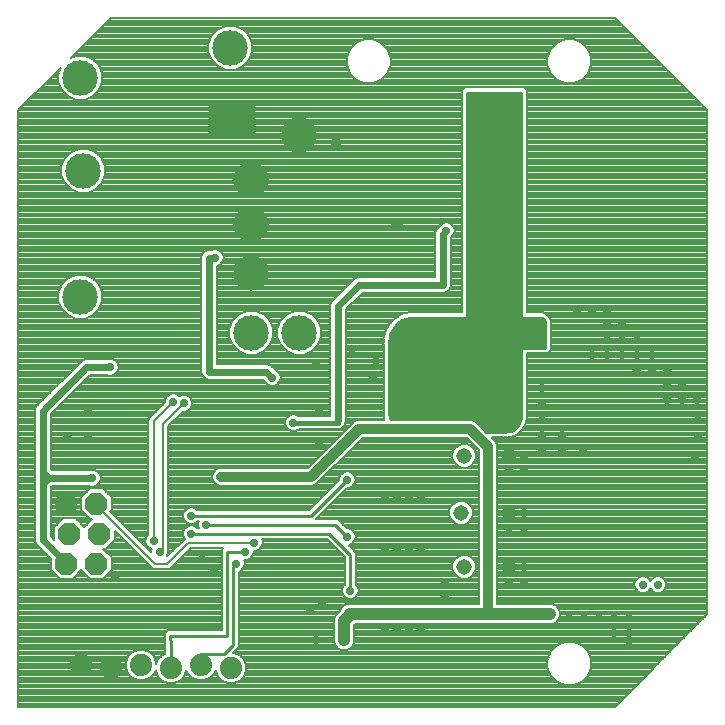
<source format=gbl>
G75*
%MOIN*%
%OFA0B0*%
%FSLAX24Y24*%
%IPPOS*%
%LPD*%
%AMOC8*
5,1,8,0,0,1.08239X$1,22.5*
%
%ADD10OC8,0.0740*%
%ADD11C,0.1181*%
%ADD12R,0.1181X0.1181*%
%ADD13C,0.0740*%
%ADD14C,0.0515*%
%ADD15C,0.0280*%
%ADD16C,0.0080*%
%ADD17C,0.0396*%
%ADD18C,0.0400*%
%ADD19C,0.0240*%
%ADD20C,0.0320*%
%ADD21C,0.0320*%
%ADD22C,0.0100*%
%ADD23C,0.0160*%
D10*
X001875Y005042D03*
X001975Y006042D03*
X002975Y006042D03*
X002875Y005042D03*
X002875Y007042D03*
X001875Y007042D03*
D11*
X008040Y012740D03*
X009640Y012740D03*
X008040Y014740D03*
X008023Y016377D03*
X008040Y017840D03*
X009640Y019340D03*
X007340Y022240D03*
X002440Y018140D03*
X002340Y021240D03*
X002340Y013940D03*
X013440Y012440D03*
X013755Y010477D03*
D12*
X015886Y019797D03*
X016280Y019797D03*
X007593Y019797D03*
X007199Y019797D03*
D13*
X006365Y001664D03*
X007365Y001564D03*
X005365Y001564D03*
X004365Y001664D03*
X003365Y001564D03*
X002365Y001664D03*
D14*
X015040Y006740D03*
X016640Y006740D03*
X016640Y004940D03*
X015140Y004940D03*
X015140Y008640D03*
X016640Y008640D03*
D15*
X016640Y008140D03*
X017140Y008140D03*
X017140Y008640D03*
X017740Y008790D03*
X017740Y009340D03*
X017740Y009840D03*
X017740Y010390D03*
X017740Y010890D03*
X018390Y009340D03*
X018390Y008790D03*
X019090Y008790D03*
X017140Y006740D03*
X017140Y006240D03*
X016640Y006240D03*
X017140Y004940D03*
X017140Y004440D03*
X016640Y004440D03*
X014490Y004390D03*
X014490Y003990D03*
X013690Y002790D03*
X013290Y002790D03*
X012890Y002790D03*
X012490Y002790D03*
X011340Y004140D03*
X010390Y003690D03*
X009990Y003490D03*
X010190Y002490D03*
X007540Y005040D03*
X007840Y005440D03*
X008140Y005740D03*
X006790Y004790D03*
X006390Y005190D03*
X006040Y006040D03*
X006540Y006340D03*
X006040Y006640D03*
X004790Y005790D03*
X004990Y005440D03*
X003490Y004640D03*
X002740Y007890D03*
X002590Y009290D03*
X001890Y009290D03*
X002590Y010090D03*
X003340Y011590D03*
X005440Y010440D03*
X005790Y010390D03*
X007040Y007940D03*
X009440Y009740D03*
X010290Y010190D03*
X010290Y008990D03*
X011240Y007840D03*
X012490Y007290D03*
X012890Y007290D03*
X013290Y007290D03*
X013690Y007290D03*
X013690Y005490D03*
X013290Y005490D03*
X012890Y005490D03*
X012490Y005490D03*
X011240Y005940D03*
X012090Y011190D03*
X012190Y011790D03*
X011390Y012190D03*
X010190Y011690D03*
X008740Y011240D03*
X006840Y015240D03*
X014540Y016140D03*
X015640Y012940D03*
X015640Y012540D03*
X015640Y012140D03*
X018890Y013490D03*
X019390Y013490D03*
X019890Y013490D03*
X019890Y012990D03*
X019890Y012490D03*
X020390Y012490D03*
X020390Y012990D03*
X020890Y012490D03*
X020890Y011990D03*
X020890Y011490D03*
X021390Y011490D03*
X021390Y011990D03*
X021890Y011490D03*
X021890Y010990D03*
X021890Y010490D03*
X022390Y010490D03*
X022390Y010990D03*
X022890Y010490D03*
X022940Y009840D03*
X022940Y009240D03*
X022840Y008640D03*
X020390Y011990D03*
X019890Y011990D03*
X019390Y011990D03*
X021090Y004340D03*
X021590Y004340D03*
X020640Y003240D03*
X020640Y002740D03*
X020640Y002290D03*
X020140Y002740D03*
X020140Y003240D03*
X019640Y003240D03*
X019140Y003240D03*
X018640Y003240D03*
D16*
X000280Y000280D02*
X000280Y020161D01*
X001684Y021564D01*
X001609Y021385D01*
X001609Y021095D01*
X001721Y020826D01*
X001926Y020621D01*
X002195Y020509D01*
X002485Y020509D01*
X002754Y020621D01*
X002959Y020826D01*
X003071Y021095D01*
X003071Y021385D01*
X002959Y021654D01*
X002754Y021859D01*
X002485Y021971D01*
X002195Y021971D01*
X002016Y021896D01*
X003348Y023228D01*
X020161Y023228D01*
X023228Y020161D01*
X023228Y003348D01*
X020161Y000280D01*
X000280Y000280D01*
X000280Y000297D02*
X020178Y000297D01*
X020256Y000376D02*
X000280Y000376D01*
X000280Y000454D02*
X020335Y000454D01*
X020413Y000533D02*
X000280Y000533D01*
X000280Y000611D02*
X020492Y000611D01*
X020570Y000690D02*
X000280Y000690D01*
X000280Y000768D02*
X020649Y000768D01*
X020727Y000847D02*
X000280Y000847D01*
X000280Y000925D02*
X020806Y000925D01*
X020884Y001004D02*
X018836Y001004D01*
X018789Y000984D02*
X019058Y001095D01*
X019263Y001301D01*
X019374Y001569D01*
X019374Y001860D01*
X019263Y002129D01*
X019058Y002334D01*
X018789Y002445D01*
X018499Y002445D01*
X018230Y002334D01*
X018025Y002129D01*
X017913Y001860D01*
X017913Y001569D01*
X018025Y001301D01*
X018230Y001095D01*
X018499Y000984D01*
X018789Y000984D01*
X019025Y001082D02*
X020963Y001082D01*
X021041Y001161D02*
X019123Y001161D01*
X019201Y001239D02*
X021120Y001239D01*
X021198Y001318D02*
X019270Y001318D01*
X019303Y001396D02*
X021277Y001396D01*
X021355Y001475D02*
X019335Y001475D01*
X019368Y001553D02*
X021434Y001553D01*
X021512Y001632D02*
X019374Y001632D01*
X019374Y001710D02*
X021591Y001710D01*
X021669Y001789D02*
X019374Y001789D01*
X019372Y001867D02*
X021748Y001867D01*
X021826Y001946D02*
X019339Y001946D01*
X019307Y002024D02*
X021905Y002024D01*
X021983Y002103D02*
X019274Y002103D01*
X019211Y002181D02*
X022062Y002181D01*
X022140Y002260D02*
X019132Y002260D01*
X019048Y002338D02*
X022219Y002338D01*
X022297Y002417D02*
X018859Y002417D01*
X018429Y002417D02*
X011478Y002417D01*
X011480Y002422D02*
X011480Y002999D01*
X011506Y003025D01*
X015908Y003025D01*
X018058Y003025D01*
X018183Y003077D01*
X018278Y003172D01*
X018330Y003297D01*
X018330Y003433D01*
X018278Y003558D01*
X018183Y003653D01*
X018058Y003705D01*
X016240Y003705D01*
X016240Y009000D01*
X016194Y009110D01*
X016110Y009194D01*
X016054Y009250D01*
X016432Y009250D01*
X016440Y009244D01*
X016510Y009250D01*
X016558Y009250D01*
X016568Y009244D01*
X016628Y009260D01*
X016690Y009266D01*
X016692Y009268D01*
X016695Y009267D01*
X016751Y009293D01*
X016811Y009309D01*
X016812Y009312D01*
X016815Y009311D01*
X016866Y009347D01*
X016922Y009373D01*
X016923Y009376D01*
X016926Y009376D01*
X016970Y009420D01*
X017021Y009455D01*
X017022Y009458D01*
X017025Y009459D01*
X017060Y009510D01*
X017104Y009554D01*
X017104Y009557D01*
X017107Y009558D01*
X017133Y009614D01*
X017169Y009665D01*
X017168Y009668D01*
X017171Y009669D01*
X017187Y009729D01*
X017213Y009785D01*
X017212Y009788D01*
X017214Y009790D01*
X017220Y009852D01*
X017236Y009912D01*
X017230Y009922D01*
X017230Y009970D01*
X017236Y010040D01*
X017230Y010048D01*
X017230Y012050D01*
X017919Y012050D01*
X018030Y012161D01*
X018030Y012974D01*
X018038Y012983D01*
X018030Y013051D01*
X018030Y013052D01*
X018040Y013073D01*
X018030Y013102D01*
X018030Y013119D01*
X018021Y013127D01*
X018019Y013145D01*
X018023Y013161D01*
X018016Y013172D01*
X018015Y013184D01*
X018002Y013194D01*
X017992Y013210D01*
X017986Y013227D01*
X017986Y013243D01*
X017978Y013252D01*
X017974Y013264D01*
X017959Y013271D01*
X017946Y013284D01*
X017936Y013300D01*
X017932Y013315D01*
X017922Y013322D01*
X017915Y013332D01*
X017900Y013336D01*
X017884Y013346D01*
X017871Y013359D01*
X017864Y013374D01*
X017852Y013378D01*
X017843Y013386D01*
X017827Y013386D01*
X017810Y013392D01*
X017794Y013402D01*
X017784Y013415D01*
X017772Y013416D01*
X017761Y013423D01*
X017745Y013419D01*
X017727Y013421D01*
X017719Y013430D01*
X017702Y013430D01*
X017673Y013440D01*
X017652Y013430D01*
X017651Y013430D01*
X017583Y013438D01*
X017574Y013430D01*
X017230Y013430D01*
X017230Y020819D01*
X017119Y020930D01*
X015161Y020930D01*
X015050Y020819D01*
X015050Y013430D01*
X013516Y013430D01*
X013510Y013436D01*
X013439Y013430D01*
X013368Y013430D01*
X013364Y013426D01*
X013352Y013433D01*
X013290Y013418D01*
X013227Y013413D01*
X013216Y013400D01*
X013213Y013400D01*
X013197Y013406D01*
X013138Y013382D01*
X013076Y013367D01*
X013067Y013352D01*
X013065Y013351D01*
X013048Y013355D01*
X012994Y013322D01*
X012935Y013298D01*
X012928Y013282D01*
X012926Y013280D01*
X012909Y013282D01*
X012860Y013240D01*
X012806Y013207D01*
X012802Y013190D01*
X012800Y013188D01*
X012783Y013187D01*
X012741Y013139D01*
X012693Y013097D01*
X012692Y013080D01*
X012690Y013078D01*
X012673Y013074D01*
X012640Y013020D01*
X012598Y012971D01*
X012600Y012954D01*
X012598Y012952D01*
X012582Y012945D01*
X012558Y012886D01*
X012525Y012832D01*
X012529Y012815D01*
X012528Y012813D01*
X012513Y012804D01*
X012498Y012742D01*
X012474Y012683D01*
X012480Y012667D01*
X012480Y012664D01*
X012467Y012653D01*
X012462Y012590D01*
X012447Y012528D01*
X012454Y012516D01*
X012450Y012512D01*
X012450Y012441D01*
X012444Y012370D01*
X012450Y012364D01*
X012450Y010092D01*
X012444Y010085D01*
X012450Y010015D01*
X012450Y009957D01*
X012445Y009949D01*
X012461Y009889D01*
X012465Y009840D01*
X011580Y009840D01*
X011470Y009794D01*
X011386Y009710D01*
X009916Y008240D01*
X006980Y008240D01*
X006870Y008194D01*
X006786Y008110D01*
X006740Y008000D01*
X006740Y007880D01*
X006786Y007770D01*
X006870Y007686D01*
X006980Y007640D01*
X010100Y007640D01*
X010210Y007686D01*
X011764Y009240D01*
X015216Y009240D01*
X015640Y008816D01*
X015640Y003705D01*
X011247Y003705D01*
X011122Y003653D01*
X011027Y003558D01*
X010991Y003472D01*
X010852Y003333D01*
X010800Y003208D01*
X010800Y002422D01*
X010852Y002297D01*
X010947Y002202D01*
X011072Y002150D01*
X011208Y002150D01*
X011333Y002202D01*
X011428Y002297D01*
X011480Y002422D01*
X011480Y002495D02*
X022376Y002495D01*
X022454Y002574D02*
X011480Y002574D01*
X011480Y002652D02*
X022533Y002652D01*
X022611Y002731D02*
X011480Y002731D01*
X011480Y002809D02*
X022690Y002809D01*
X022768Y002888D02*
X011480Y002888D01*
X011480Y002966D02*
X022847Y002966D01*
X022925Y003045D02*
X018105Y003045D01*
X018229Y003123D02*
X023004Y003123D01*
X023082Y003202D02*
X018290Y003202D01*
X018323Y003280D02*
X023161Y003280D01*
X023228Y003359D02*
X018330Y003359D01*
X018328Y003437D02*
X023228Y003437D01*
X023228Y003516D02*
X018296Y003516D01*
X018242Y003594D02*
X023228Y003594D01*
X023228Y003673D02*
X018136Y003673D01*
X018239Y002338D02*
X011445Y002338D01*
X011390Y002260D02*
X018155Y002260D01*
X018077Y002181D02*
X011282Y002181D01*
X010998Y002181D02*
X007550Y002181D01*
X007628Y002260D02*
X010890Y002260D01*
X010835Y002338D02*
X007630Y002338D01*
X007630Y002261D02*
X007630Y004774D01*
X007699Y004803D01*
X007777Y004881D01*
X007820Y004984D01*
X007820Y005096D01*
X007793Y005160D01*
X007896Y005160D01*
X007999Y005203D01*
X008077Y005281D01*
X008120Y005384D01*
X008120Y005460D01*
X008196Y005460D01*
X008299Y005503D01*
X008377Y005581D01*
X008420Y005684D01*
X008420Y005796D01*
X008398Y005850D01*
X010554Y005850D01*
X011150Y005254D01*
X011150Y004346D01*
X011103Y004299D01*
X011060Y004196D01*
X011060Y004084D01*
X011103Y003981D01*
X011181Y003903D01*
X011284Y003860D01*
X011396Y003860D01*
X011499Y003903D01*
X011577Y003981D01*
X011620Y004084D01*
X011620Y004196D01*
X011577Y004299D01*
X011530Y004346D01*
X011530Y005412D01*
X011419Y005523D01*
X011282Y005660D01*
X011296Y005660D01*
X011399Y005703D01*
X011477Y005781D01*
X011520Y005884D01*
X011520Y005996D01*
X011477Y006099D01*
X011399Y006177D01*
X011296Y006220D01*
X011229Y006220D01*
X010919Y006530D01*
X010199Y006530D01*
X011229Y007560D01*
X011296Y007560D01*
X011399Y007603D01*
X011477Y007681D01*
X011520Y007784D01*
X011520Y007896D01*
X011477Y007999D01*
X011399Y008077D01*
X011296Y008120D01*
X011184Y008120D01*
X011081Y008077D01*
X011003Y007999D01*
X010960Y007896D01*
X010960Y007829D01*
X009961Y006830D01*
X006246Y006830D01*
X006199Y006877D01*
X006096Y006920D01*
X005984Y006920D01*
X005881Y006877D01*
X005803Y006799D01*
X005760Y006696D01*
X005760Y006584D01*
X005803Y006481D01*
X005881Y006403D01*
X005984Y006360D01*
X006096Y006360D01*
X006199Y006403D01*
X006246Y006450D01*
X006282Y006450D01*
X006260Y006396D01*
X006260Y006284D01*
X006282Y006230D01*
X006246Y006230D01*
X006199Y006277D01*
X006096Y006320D01*
X005984Y006320D01*
X005881Y006277D01*
X005803Y006199D01*
X005760Y006096D01*
X005760Y005984D01*
X005803Y005881D01*
X005815Y005869D01*
X005228Y005282D01*
X005270Y005384D01*
X005270Y009615D01*
X005765Y010110D01*
X005846Y010110D01*
X005949Y010153D01*
X006027Y010231D01*
X006070Y010334D01*
X006070Y010446D01*
X006027Y010549D01*
X005949Y010627D01*
X005846Y010670D01*
X005734Y010670D01*
X005644Y010632D01*
X005599Y010677D01*
X005496Y010720D01*
X005384Y010720D01*
X005281Y010677D01*
X005203Y010599D01*
X005160Y010496D01*
X005160Y010415D01*
X004610Y009865D01*
X004610Y006006D01*
X004553Y005949D01*
X004186Y005949D01*
X004264Y005871D02*
X004520Y005871D01*
X004510Y005846D02*
X004510Y005734D01*
X004553Y005631D01*
X004631Y005553D01*
X004719Y005516D01*
X004710Y005496D01*
X004710Y005425D01*
X003344Y006791D01*
X003385Y006831D01*
X003385Y007254D01*
X003086Y007552D01*
X002663Y007552D01*
X002365Y007254D01*
X002365Y006831D01*
X002663Y006532D01*
X002743Y006532D01*
X002475Y006264D01*
X002186Y006552D01*
X001763Y006552D01*
X001465Y006254D01*
X001465Y005833D01*
X001350Y005948D01*
X001350Y007582D01*
X001398Y007630D01*
X002636Y007630D01*
X002684Y007610D01*
X002796Y007610D01*
X002899Y007653D01*
X002977Y007731D01*
X003020Y007834D01*
X003020Y007946D01*
X002977Y008049D01*
X002899Y008127D01*
X002796Y008170D01*
X002684Y008170D01*
X002636Y008150D01*
X001398Y008150D01*
X001350Y008198D01*
X001350Y010032D01*
X002648Y011330D01*
X003236Y011330D01*
X003284Y011310D01*
X003396Y011310D01*
X003499Y011353D01*
X003577Y011431D01*
X003620Y011534D01*
X003620Y011646D01*
X003577Y011749D01*
X003499Y011827D01*
X003396Y011870D01*
X003284Y011870D01*
X003236Y011850D01*
X002488Y011850D01*
X002393Y011810D01*
X002320Y011737D01*
X000870Y010287D01*
X000830Y010192D01*
X000830Y005788D01*
X000870Y005693D01*
X000943Y005620D01*
X001365Y005198D01*
X001365Y004831D01*
X001663Y004532D01*
X002086Y004532D01*
X002375Y004821D01*
X002663Y004532D01*
X003086Y004532D01*
X003385Y004831D01*
X003385Y005254D01*
X003106Y005532D01*
X003186Y005532D01*
X003485Y005831D01*
X003485Y006141D01*
X004765Y004860D01*
X005315Y004860D01*
X005420Y004965D01*
X006015Y005560D01*
X007091Y005560D01*
X007050Y005519D01*
X007050Y002830D01*
X005410Y002830D01*
X005404Y002836D01*
X005333Y002830D01*
X005261Y002830D01*
X005255Y002824D01*
X005247Y002823D01*
X005200Y002769D01*
X005150Y002719D01*
X005150Y002710D01*
X005144Y002704D01*
X005150Y002633D01*
X005150Y002561D01*
X005156Y002555D01*
X005175Y002307D01*
X005175Y002037D01*
X005076Y001996D01*
X004933Y001853D01*
X004875Y001713D01*
X004875Y001765D01*
X004798Y001953D01*
X004654Y002096D01*
X004467Y002174D01*
X004264Y002174D01*
X004076Y002096D01*
X003933Y001953D01*
X003855Y001765D01*
X003855Y001562D01*
X003933Y001375D01*
X004076Y001231D01*
X004264Y001154D01*
X004467Y001154D01*
X004654Y001231D01*
X004798Y001375D01*
X004855Y001514D01*
X004855Y001462D01*
X004933Y001275D01*
X005076Y001131D01*
X005264Y001054D01*
X005467Y001054D01*
X005654Y001131D01*
X005798Y001275D01*
X005875Y001462D01*
X005875Y001514D01*
X005933Y001375D01*
X006076Y001231D01*
X006264Y001154D01*
X006467Y001154D01*
X006654Y001231D01*
X006798Y001375D01*
X006855Y001514D01*
X006855Y001462D01*
X006933Y001275D01*
X007076Y001131D01*
X007264Y001054D01*
X007467Y001054D01*
X007654Y001131D01*
X007798Y001275D01*
X007875Y001462D01*
X007875Y001665D01*
X007798Y001853D01*
X007654Y001996D01*
X007467Y002074D01*
X007442Y002074D01*
X007630Y002261D01*
X007630Y002417D02*
X010802Y002417D01*
X010800Y002495D02*
X007630Y002495D01*
X007630Y002574D02*
X010800Y002574D01*
X010800Y002652D02*
X007630Y002652D01*
X007630Y002731D02*
X010800Y002731D01*
X010800Y002809D02*
X007630Y002809D01*
X007630Y002888D02*
X010800Y002888D01*
X010800Y002966D02*
X007630Y002966D01*
X007630Y003045D02*
X010800Y003045D01*
X010800Y003123D02*
X007630Y003123D01*
X007630Y003202D02*
X010800Y003202D01*
X010830Y003280D02*
X007630Y003280D01*
X007630Y003359D02*
X010878Y003359D01*
X010956Y003437D02*
X007630Y003437D01*
X007630Y003516D02*
X011009Y003516D01*
X011063Y003594D02*
X007630Y003594D01*
X007630Y003673D02*
X011169Y003673D01*
X011176Y003908D02*
X007630Y003908D01*
X007630Y003830D02*
X015640Y003830D01*
X015640Y003908D02*
X011504Y003908D01*
X011579Y003987D02*
X015640Y003987D01*
X015640Y004065D02*
X011612Y004065D01*
X011620Y004144D02*
X015640Y004144D01*
X015640Y004222D02*
X011609Y004222D01*
X011575Y004301D02*
X015640Y004301D01*
X015640Y004379D02*
X011530Y004379D01*
X011530Y004458D02*
X015640Y004458D01*
X015640Y004536D02*
X011530Y004536D01*
X011530Y004615D02*
X014903Y004615D01*
X014915Y004603D02*
X015061Y004543D01*
X015219Y004543D01*
X015365Y004603D01*
X015477Y004715D01*
X015537Y004861D01*
X015537Y005019D01*
X015477Y005165D01*
X015365Y005277D01*
X015219Y005337D01*
X015061Y005337D01*
X014915Y005277D01*
X014803Y005165D01*
X014743Y005019D01*
X014743Y004861D01*
X014803Y004715D01*
X014915Y004603D01*
X014825Y004693D02*
X011530Y004693D01*
X011530Y004772D02*
X014780Y004772D01*
X014747Y004850D02*
X011530Y004850D01*
X011530Y004929D02*
X014743Y004929D01*
X014743Y005007D02*
X011530Y005007D01*
X011530Y005086D02*
X014770Y005086D01*
X014803Y005164D02*
X011530Y005164D01*
X011530Y005243D02*
X014880Y005243D01*
X015021Y005321D02*
X011530Y005321D01*
X011530Y005400D02*
X015640Y005400D01*
X015640Y005478D02*
X011464Y005478D01*
X011385Y005557D02*
X015640Y005557D01*
X015640Y005635D02*
X011307Y005635D01*
X011409Y005714D02*
X015640Y005714D01*
X015640Y005792D02*
X011482Y005792D01*
X011514Y005871D02*
X015640Y005871D01*
X015640Y005949D02*
X011520Y005949D01*
X011507Y006028D02*
X015640Y006028D01*
X015640Y006106D02*
X011470Y006106D01*
X011381Y006185D02*
X015640Y006185D01*
X015640Y006263D02*
X011186Y006263D01*
X011107Y006342D02*
X015640Y006342D01*
X015640Y006420D02*
X015282Y006420D01*
X015265Y006403D02*
X015377Y006515D01*
X015437Y006661D01*
X015437Y006819D01*
X015377Y006965D01*
X015265Y007077D01*
X015119Y007137D01*
X014961Y007137D01*
X014815Y007077D01*
X014703Y006965D01*
X014643Y006819D01*
X014643Y006661D01*
X014703Y006515D01*
X014815Y006403D01*
X014961Y006343D01*
X015119Y006343D01*
X015265Y006403D01*
X015361Y006499D02*
X015640Y006499D01*
X015640Y006577D02*
X015403Y006577D01*
X015435Y006656D02*
X015640Y006656D01*
X015640Y006734D02*
X015437Y006734D01*
X015437Y006813D02*
X015640Y006813D01*
X015640Y006891D02*
X015408Y006891D01*
X015373Y006970D02*
X015640Y006970D01*
X015640Y007048D02*
X015294Y007048D01*
X015146Y007127D02*
X015640Y007127D01*
X015640Y007205D02*
X010874Y007205D01*
X010952Y007284D02*
X015640Y007284D01*
X015640Y007362D02*
X011031Y007362D01*
X011109Y007441D02*
X015640Y007441D01*
X015640Y007519D02*
X011188Y007519D01*
X011386Y007598D02*
X015640Y007598D01*
X015640Y007676D02*
X011472Y007676D01*
X011508Y007755D02*
X015640Y007755D01*
X015640Y007833D02*
X011520Y007833D01*
X011513Y007912D02*
X015640Y007912D01*
X015640Y007990D02*
X011481Y007990D01*
X011407Y008069D02*
X015640Y008069D01*
X015640Y008147D02*
X010671Y008147D01*
X010593Y008069D02*
X011073Y008069D01*
X010999Y007990D02*
X010514Y007990D01*
X010436Y007912D02*
X010967Y007912D01*
X010960Y007833D02*
X010357Y007833D01*
X010279Y007755D02*
X010886Y007755D01*
X010807Y007676D02*
X010187Y007676D01*
X010493Y007362D02*
X005270Y007362D01*
X005270Y007284D02*
X010415Y007284D01*
X010336Y007205D02*
X005270Y007205D01*
X005270Y007127D02*
X010258Y007127D01*
X010179Y007048D02*
X005270Y007048D01*
X005270Y006970D02*
X010101Y006970D01*
X010022Y006891D02*
X006166Y006891D01*
X005914Y006891D02*
X005270Y006891D01*
X005270Y006813D02*
X005817Y006813D01*
X005776Y006734D02*
X005270Y006734D01*
X005270Y006656D02*
X005760Y006656D01*
X005763Y006577D02*
X005270Y006577D01*
X005270Y006499D02*
X005796Y006499D01*
X005864Y006420D02*
X005270Y006420D01*
X005270Y006342D02*
X006260Y006342D01*
X006270Y006420D02*
X006216Y006420D01*
X006213Y006263D02*
X006269Y006263D01*
X005867Y006263D02*
X005270Y006263D01*
X005270Y006185D02*
X005797Y006185D01*
X005764Y006106D02*
X005270Y006106D01*
X005270Y006028D02*
X005760Y006028D01*
X005775Y005949D02*
X005270Y005949D01*
X005270Y005871D02*
X005814Y005871D01*
X005737Y005792D02*
X005270Y005792D01*
X005270Y005714D02*
X005659Y005714D01*
X005580Y005635D02*
X005270Y005635D01*
X005270Y005557D02*
X005502Y005557D01*
X005423Y005478D02*
X005270Y005478D01*
X005270Y005400D02*
X005345Y005400D01*
X005266Y005321D02*
X005244Y005321D01*
X005090Y005540D02*
X005090Y009690D01*
X005790Y010390D01*
X006047Y010502D02*
X010680Y010502D01*
X010680Y010424D02*
X006070Y010424D01*
X006070Y010345D02*
X010680Y010345D01*
X010680Y010267D02*
X006042Y010267D01*
X005984Y010188D02*
X010680Y010188D01*
X010680Y010110D02*
X005764Y010110D01*
X005686Y010031D02*
X010680Y010031D01*
X010680Y009960D02*
X009616Y009960D01*
X009599Y009977D01*
X009496Y010020D01*
X009384Y010020D01*
X009281Y009977D01*
X009203Y009899D01*
X009160Y009796D01*
X009160Y009684D01*
X009203Y009581D01*
X009281Y009503D01*
X009384Y009460D01*
X009496Y009460D01*
X009599Y009503D01*
X009616Y009520D01*
X011031Y009520D01*
X011160Y009649D01*
X011160Y009692D01*
X011160Y009693D01*
X011200Y009788D01*
X011200Y013532D01*
X011748Y014080D01*
X014492Y014080D01*
X014587Y014120D01*
X014660Y014193D01*
X014700Y014288D01*
X014700Y015904D01*
X014777Y015981D01*
X014820Y016084D01*
X014820Y016196D01*
X014777Y016299D01*
X014699Y016377D01*
X014596Y016420D01*
X014484Y016420D01*
X014381Y016377D01*
X014303Y016299D01*
X014283Y016250D01*
X014220Y016187D01*
X014180Y016092D01*
X014180Y014600D01*
X011588Y014600D01*
X011493Y014560D01*
X010793Y013860D01*
X010720Y013787D01*
X010680Y013692D01*
X010680Y009960D01*
X011200Y009953D02*
X012447Y009953D01*
X012449Y010031D02*
X011200Y010031D01*
X011200Y010110D02*
X012450Y010110D01*
X012450Y010188D02*
X011200Y010188D01*
X011200Y010267D02*
X012450Y010267D01*
X012450Y010345D02*
X011200Y010345D01*
X011200Y010424D02*
X012450Y010424D01*
X012450Y010502D02*
X011200Y010502D01*
X011200Y010581D02*
X012450Y010581D01*
X012450Y010659D02*
X011200Y010659D01*
X011200Y010738D02*
X012450Y010738D01*
X012450Y010816D02*
X011200Y010816D01*
X011200Y010895D02*
X012450Y010895D01*
X012450Y010973D02*
X011200Y010973D01*
X011200Y011052D02*
X012450Y011052D01*
X012450Y011130D02*
X011200Y011130D01*
X011200Y011209D02*
X012450Y011209D01*
X012450Y011287D02*
X011200Y011287D01*
X011200Y011366D02*
X012450Y011366D01*
X012450Y011444D02*
X011200Y011444D01*
X011200Y011523D02*
X012450Y011523D01*
X012450Y011601D02*
X011200Y011601D01*
X011200Y011680D02*
X012450Y011680D01*
X012450Y011758D02*
X011200Y011758D01*
X011200Y011837D02*
X012450Y011837D01*
X012450Y011915D02*
X011200Y011915D01*
X011200Y011994D02*
X012450Y011994D01*
X012450Y012072D02*
X011200Y012072D01*
X011200Y012151D02*
X012450Y012151D01*
X012450Y012229D02*
X011200Y012229D01*
X011200Y012308D02*
X012450Y012308D01*
X012446Y012386D02*
X011200Y012386D01*
X011200Y012465D02*
X012450Y012465D01*
X012450Y012543D02*
X011200Y012543D01*
X011200Y012622D02*
X012464Y012622D01*
X012481Y012700D02*
X011200Y012700D01*
X011200Y012779D02*
X012507Y012779D01*
X012540Y012857D02*
X011200Y012857D01*
X011200Y012936D02*
X012578Y012936D01*
X012635Y013014D02*
X011200Y013014D01*
X011200Y013093D02*
X012693Y013093D01*
X012769Y013171D02*
X011200Y013171D01*
X011200Y013250D02*
X012871Y013250D01*
X013004Y013328D02*
X011200Y013328D01*
X011200Y013407D02*
X013221Y013407D01*
X014571Y014113D02*
X015050Y014113D01*
X015050Y014035D02*
X011702Y014035D01*
X011624Y013956D02*
X015050Y013956D01*
X015050Y013878D02*
X011545Y013878D01*
X011467Y013799D02*
X015050Y013799D01*
X015050Y013721D02*
X011388Y013721D01*
X011310Y013642D02*
X015050Y013642D01*
X015050Y013564D02*
X011231Y013564D01*
X011200Y013485D02*
X015050Y013485D01*
X015050Y014192D02*
X014659Y014192D01*
X014692Y014270D02*
X015050Y014270D01*
X015050Y014349D02*
X014700Y014349D01*
X014700Y014427D02*
X015050Y014427D01*
X015050Y014506D02*
X014700Y014506D01*
X014700Y014584D02*
X015050Y014584D01*
X015050Y014663D02*
X014700Y014663D01*
X014700Y014741D02*
X015050Y014741D01*
X015050Y014820D02*
X014700Y014820D01*
X014700Y014898D02*
X015050Y014898D01*
X015050Y014977D02*
X014700Y014977D01*
X014700Y015055D02*
X015050Y015055D01*
X015050Y015134D02*
X014700Y015134D01*
X014700Y015212D02*
X015050Y015212D01*
X015050Y015291D02*
X014700Y015291D01*
X014700Y015369D02*
X015050Y015369D01*
X015050Y015448D02*
X014700Y015448D01*
X014700Y015526D02*
X015050Y015526D01*
X015050Y015605D02*
X014700Y015605D01*
X014700Y015683D02*
X015050Y015683D01*
X015050Y015762D02*
X014700Y015762D01*
X014700Y015840D02*
X015050Y015840D01*
X015050Y015919D02*
X014715Y015919D01*
X014784Y015997D02*
X015050Y015997D01*
X015050Y016076D02*
X014816Y016076D01*
X014820Y016154D02*
X015050Y016154D01*
X015050Y016233D02*
X014805Y016233D01*
X014765Y016311D02*
X015050Y016311D01*
X015050Y016390D02*
X014669Y016390D01*
X014411Y016390D02*
X000280Y016390D01*
X000280Y016468D02*
X015050Y016468D01*
X015050Y016547D02*
X000280Y016547D01*
X000280Y016625D02*
X015050Y016625D01*
X015050Y016704D02*
X000280Y016704D01*
X000280Y016782D02*
X015050Y016782D01*
X015050Y016861D02*
X000280Y016861D01*
X000280Y016939D02*
X015050Y016939D01*
X015050Y017018D02*
X000280Y017018D01*
X000280Y017096D02*
X015050Y017096D01*
X015050Y017175D02*
X000280Y017175D01*
X000280Y017253D02*
X015050Y017253D01*
X015050Y017332D02*
X000280Y017332D01*
X000280Y017410D02*
X002293Y017410D01*
X002295Y017409D02*
X002585Y017409D01*
X002854Y017521D01*
X003059Y017726D01*
X003171Y017995D01*
X003171Y018285D01*
X003059Y018554D01*
X002854Y018759D01*
X002585Y018871D01*
X002295Y018871D01*
X002026Y018759D01*
X001821Y018554D01*
X001709Y018285D01*
X001709Y017995D01*
X001821Y017726D01*
X002026Y017521D01*
X002295Y017409D01*
X002104Y017489D02*
X000280Y017489D01*
X000280Y017567D02*
X001980Y017567D01*
X001901Y017646D02*
X000280Y017646D01*
X000280Y017724D02*
X001823Y017724D01*
X001789Y017803D02*
X000280Y017803D01*
X000280Y017881D02*
X001757Y017881D01*
X001724Y017960D02*
X000280Y017960D01*
X000280Y018038D02*
X001709Y018038D01*
X001709Y018117D02*
X000280Y018117D01*
X000280Y018195D02*
X001709Y018195D01*
X001709Y018274D02*
X000280Y018274D01*
X000280Y018352D02*
X001737Y018352D01*
X001770Y018431D02*
X000280Y018431D01*
X000280Y018509D02*
X001802Y018509D01*
X001854Y018588D02*
X000280Y018588D01*
X000280Y018666D02*
X001933Y018666D01*
X002011Y018745D02*
X000280Y018745D01*
X000280Y018823D02*
X002180Y018823D01*
X002700Y018823D02*
X015050Y018823D01*
X015050Y018745D02*
X002869Y018745D01*
X002947Y018666D02*
X015050Y018666D01*
X015050Y018588D02*
X003026Y018588D01*
X003078Y018509D02*
X015050Y018509D01*
X015050Y018431D02*
X003110Y018431D01*
X003143Y018352D02*
X015050Y018352D01*
X015050Y018274D02*
X003171Y018274D01*
X003171Y018195D02*
X015050Y018195D01*
X015050Y018117D02*
X003171Y018117D01*
X003171Y018038D02*
X015050Y018038D01*
X015050Y017960D02*
X003156Y017960D01*
X003123Y017881D02*
X015050Y017881D01*
X015050Y017803D02*
X003091Y017803D01*
X003057Y017724D02*
X015050Y017724D01*
X015050Y017646D02*
X002979Y017646D01*
X002900Y017567D02*
X015050Y017567D01*
X015050Y017489D02*
X002776Y017489D01*
X002587Y017410D02*
X015050Y017410D01*
X014315Y016311D02*
X000280Y016311D01*
X000280Y016233D02*
X014265Y016233D01*
X014206Y016154D02*
X000280Y016154D01*
X000280Y016076D02*
X014180Y016076D01*
X014180Y015997D02*
X000280Y015997D01*
X000280Y015919D02*
X014180Y015919D01*
X014180Y015840D02*
X000280Y015840D01*
X000280Y015762D02*
X014180Y015762D01*
X014180Y015683D02*
X000280Y015683D01*
X000280Y015605D02*
X014180Y015605D01*
X014180Y015526D02*
X000280Y015526D01*
X000280Y015448D02*
X006480Y015448D01*
X006493Y015460D02*
X006420Y015387D01*
X006380Y015292D01*
X006380Y011388D01*
X006420Y011293D01*
X006493Y011220D01*
X006588Y011180D01*
X008432Y011180D01*
X008483Y011130D01*
X008503Y011081D01*
X008581Y011003D01*
X008684Y010960D01*
X008796Y010960D01*
X008899Y011003D01*
X008977Y011081D01*
X009020Y011184D01*
X009020Y011296D01*
X008977Y011399D01*
X008899Y011477D01*
X008850Y011497D01*
X008760Y011587D01*
X008687Y011660D01*
X008592Y011700D01*
X006900Y011700D01*
X006900Y014962D01*
X006999Y015003D01*
X007077Y015081D01*
X007120Y015184D01*
X007120Y015296D01*
X007077Y015399D01*
X006999Y015477D01*
X006896Y015520D01*
X006784Y015520D01*
X006736Y015500D01*
X006588Y015500D01*
X006493Y015460D01*
X006412Y015369D02*
X000280Y015369D01*
X000280Y015291D02*
X006380Y015291D01*
X006380Y015212D02*
X000280Y015212D01*
X000280Y015134D02*
X006380Y015134D01*
X006380Y015055D02*
X000280Y015055D01*
X000280Y014977D02*
X006380Y014977D01*
X006380Y014898D02*
X000280Y014898D01*
X000280Y014820D02*
X006380Y014820D01*
X006380Y014741D02*
X000280Y014741D01*
X000280Y014663D02*
X002175Y014663D01*
X002195Y014671D02*
X001926Y014559D01*
X001721Y014354D01*
X001609Y014085D01*
X001609Y013795D01*
X001721Y013526D01*
X001926Y013321D01*
X002195Y013209D01*
X002485Y013209D01*
X002754Y013321D01*
X002959Y013526D01*
X003071Y013795D01*
X003071Y014085D01*
X002959Y014354D01*
X002754Y014559D01*
X002485Y014671D01*
X002195Y014671D01*
X001986Y014584D02*
X000280Y014584D01*
X000280Y014506D02*
X001872Y014506D01*
X001794Y014427D02*
X000280Y014427D01*
X000280Y014349D02*
X001718Y014349D01*
X001686Y014270D02*
X000280Y014270D01*
X000280Y014192D02*
X001653Y014192D01*
X001621Y014113D02*
X000280Y014113D01*
X000280Y014035D02*
X001609Y014035D01*
X001609Y013956D02*
X000280Y013956D01*
X000280Y013878D02*
X001609Y013878D01*
X001609Y013799D02*
X000280Y013799D01*
X000280Y013721D02*
X001640Y013721D01*
X001673Y013642D02*
X000280Y013642D01*
X000280Y013564D02*
X001705Y013564D01*
X001762Y013485D02*
X000280Y013485D01*
X000280Y013407D02*
X001840Y013407D01*
X001919Y013328D02*
X000280Y013328D01*
X000280Y013250D02*
X002098Y013250D01*
X002582Y013250D02*
X006380Y013250D01*
X006380Y013328D02*
X002761Y013328D01*
X002840Y013407D02*
X006380Y013407D01*
X006380Y013485D02*
X002918Y013485D01*
X002975Y013564D02*
X006380Y013564D01*
X006380Y013642D02*
X003007Y013642D01*
X003040Y013721D02*
X006380Y013721D01*
X006380Y013799D02*
X003071Y013799D01*
X003071Y013878D02*
X006380Y013878D01*
X006380Y013956D02*
X003071Y013956D01*
X003071Y014035D02*
X006380Y014035D01*
X006380Y014113D02*
X003059Y014113D01*
X003027Y014192D02*
X006380Y014192D01*
X006380Y014270D02*
X002994Y014270D01*
X002962Y014349D02*
X006380Y014349D01*
X006380Y014427D02*
X002886Y014427D01*
X002808Y014506D02*
X006380Y014506D01*
X006380Y014584D02*
X002694Y014584D01*
X002505Y014663D02*
X006380Y014663D01*
X006900Y014663D02*
X014180Y014663D01*
X014180Y014741D02*
X006900Y014741D01*
X006900Y014820D02*
X014180Y014820D01*
X014180Y014898D02*
X006900Y014898D01*
X006936Y014977D02*
X014180Y014977D01*
X014180Y015055D02*
X007051Y015055D01*
X007099Y015134D02*
X014180Y015134D01*
X014180Y015212D02*
X007120Y015212D01*
X007120Y015291D02*
X014180Y015291D01*
X014180Y015369D02*
X007090Y015369D01*
X007028Y015448D02*
X014180Y015448D01*
X011550Y014584D02*
X006900Y014584D01*
X006900Y014506D02*
X011438Y014506D01*
X011359Y014427D02*
X006900Y014427D01*
X006900Y014349D02*
X011281Y014349D01*
X011202Y014270D02*
X006900Y014270D01*
X006900Y014192D02*
X011124Y014192D01*
X011045Y014113D02*
X006900Y014113D01*
X006900Y014035D02*
X010967Y014035D01*
X010888Y013956D02*
X006900Y013956D01*
X006900Y013878D02*
X010810Y013878D01*
X010731Y013799D02*
X006900Y013799D01*
X006900Y013721D02*
X010692Y013721D01*
X010680Y013642D02*
X006900Y013642D01*
X006900Y013564D02*
X010680Y013564D01*
X010680Y013485D02*
X006900Y013485D01*
X006900Y013407D02*
X007740Y013407D01*
X007626Y013359D02*
X007421Y013154D01*
X007309Y012885D01*
X007309Y012595D01*
X007421Y012326D01*
X007626Y012121D01*
X007895Y012009D01*
X008185Y012009D01*
X008454Y012121D01*
X008659Y012326D01*
X008771Y012595D01*
X008771Y012885D01*
X008659Y013154D01*
X008454Y013359D01*
X008185Y013471D01*
X007895Y013471D01*
X007626Y013359D01*
X007595Y013328D02*
X006900Y013328D01*
X006900Y013250D02*
X007516Y013250D01*
X007438Y013171D02*
X006900Y013171D01*
X006900Y013093D02*
X007395Y013093D01*
X007363Y013014D02*
X006900Y013014D01*
X006900Y012936D02*
X007330Y012936D01*
X007309Y012857D02*
X006900Y012857D01*
X006900Y012779D02*
X007309Y012779D01*
X007309Y012700D02*
X006900Y012700D01*
X006900Y012622D02*
X007309Y012622D01*
X007331Y012543D02*
X006900Y012543D01*
X006900Y012465D02*
X007363Y012465D01*
X007396Y012386D02*
X006900Y012386D01*
X006900Y012308D02*
X007439Y012308D01*
X007518Y012229D02*
X006900Y012229D01*
X006900Y012151D02*
X007596Y012151D01*
X007744Y012072D02*
X006900Y012072D01*
X006900Y011994D02*
X010680Y011994D01*
X010680Y012072D02*
X009936Y012072D01*
X010054Y012121D02*
X010259Y012326D01*
X010371Y012595D01*
X010371Y012885D01*
X010259Y013154D01*
X010054Y013359D01*
X009785Y013471D01*
X009495Y013471D01*
X009226Y013359D01*
X009021Y013154D01*
X008909Y012885D01*
X008909Y012595D01*
X009021Y012326D01*
X009226Y012121D01*
X009495Y012009D01*
X009785Y012009D01*
X010054Y012121D01*
X010084Y012151D02*
X010680Y012151D01*
X010680Y012229D02*
X010162Y012229D01*
X010241Y012308D02*
X010680Y012308D01*
X010680Y012386D02*
X010284Y012386D01*
X010317Y012465D02*
X010680Y012465D01*
X010680Y012543D02*
X010349Y012543D01*
X010371Y012622D02*
X010680Y012622D01*
X010680Y012700D02*
X010371Y012700D01*
X010371Y012779D02*
X010680Y012779D01*
X010680Y012857D02*
X010371Y012857D01*
X010350Y012936D02*
X010680Y012936D01*
X010680Y013014D02*
X010317Y013014D01*
X010285Y013093D02*
X010680Y013093D01*
X010680Y013171D02*
X010242Y013171D01*
X010164Y013250D02*
X010680Y013250D01*
X010680Y013328D02*
X010085Y013328D01*
X009940Y013407D02*
X010680Y013407D01*
X009340Y013407D02*
X008340Y013407D01*
X008485Y013328D02*
X009195Y013328D01*
X009116Y013250D02*
X008564Y013250D01*
X008642Y013171D02*
X009038Y013171D01*
X008995Y013093D02*
X008685Y013093D01*
X008717Y013014D02*
X008963Y013014D01*
X008930Y012936D02*
X008750Y012936D01*
X008771Y012857D02*
X008909Y012857D01*
X008909Y012779D02*
X008771Y012779D01*
X008771Y012700D02*
X008909Y012700D01*
X008909Y012622D02*
X008771Y012622D01*
X008749Y012543D02*
X008931Y012543D01*
X008963Y012465D02*
X008717Y012465D01*
X008684Y012386D02*
X008996Y012386D01*
X009039Y012308D02*
X008641Y012308D01*
X008562Y012229D02*
X009118Y012229D01*
X009196Y012151D02*
X008484Y012151D01*
X008336Y012072D02*
X009344Y012072D01*
X008747Y011601D02*
X010680Y011601D01*
X010680Y011523D02*
X008825Y011523D01*
X008932Y011444D02*
X010680Y011444D01*
X010680Y011366D02*
X008991Y011366D01*
X009020Y011287D02*
X010680Y011287D01*
X010680Y011209D02*
X009020Y011209D01*
X008998Y011130D02*
X010680Y011130D01*
X010680Y011052D02*
X008948Y011052D01*
X008827Y010973D02*
X010680Y010973D01*
X010680Y010895D02*
X002212Y010895D01*
X002291Y010973D02*
X008653Y010973D01*
X008532Y011052D02*
X002369Y011052D01*
X002448Y011130D02*
X008482Y011130D01*
X008641Y011680D02*
X010680Y011680D01*
X010680Y011758D02*
X006900Y011758D01*
X006900Y011837D02*
X010680Y011837D01*
X010680Y011915D02*
X006900Y011915D01*
X006380Y011915D02*
X000280Y011915D01*
X000280Y011837D02*
X002456Y011837D01*
X002340Y011758D02*
X000280Y011758D01*
X000280Y011680D02*
X002262Y011680D01*
X002183Y011601D02*
X000280Y011601D01*
X000280Y011523D02*
X002105Y011523D01*
X002026Y011444D02*
X000280Y011444D01*
X000280Y011366D02*
X001948Y011366D01*
X001869Y011287D02*
X000280Y011287D01*
X000280Y011209D02*
X001791Y011209D01*
X001712Y011130D02*
X000280Y011130D01*
X000280Y011052D02*
X001634Y011052D01*
X001555Y010973D02*
X000280Y010973D01*
X000280Y010895D02*
X001477Y010895D01*
X001398Y010816D02*
X000280Y010816D01*
X000280Y010738D02*
X001320Y010738D01*
X001241Y010659D02*
X000280Y010659D01*
X000280Y010581D02*
X001163Y010581D01*
X001084Y010502D02*
X000280Y010502D01*
X000280Y010424D02*
X001006Y010424D01*
X000927Y010345D02*
X000280Y010345D01*
X000280Y010267D02*
X000861Y010267D01*
X000830Y010188D02*
X000280Y010188D01*
X000280Y010110D02*
X000830Y010110D01*
X000830Y010031D02*
X000280Y010031D01*
X000280Y009953D02*
X000830Y009953D01*
X000830Y009874D02*
X000280Y009874D01*
X000280Y009796D02*
X000830Y009796D01*
X000830Y009717D02*
X000280Y009717D01*
X000280Y009639D02*
X000830Y009639D01*
X000830Y009560D02*
X000280Y009560D01*
X000280Y009482D02*
X000830Y009482D01*
X000830Y009403D02*
X000280Y009403D01*
X000280Y009325D02*
X000830Y009325D01*
X000830Y009246D02*
X000280Y009246D01*
X000280Y009168D02*
X000830Y009168D01*
X000830Y009089D02*
X000280Y009089D01*
X000280Y009011D02*
X000830Y009011D01*
X000830Y008932D02*
X000280Y008932D01*
X000280Y008854D02*
X000830Y008854D01*
X000830Y008775D02*
X000280Y008775D01*
X000280Y008697D02*
X000830Y008697D01*
X000830Y008618D02*
X000280Y008618D01*
X000280Y008540D02*
X000830Y008540D01*
X000830Y008461D02*
X000280Y008461D01*
X000280Y008383D02*
X000830Y008383D01*
X000830Y008304D02*
X000280Y008304D01*
X000280Y008226D02*
X000830Y008226D01*
X000830Y008147D02*
X000280Y008147D01*
X000280Y008069D02*
X000830Y008069D01*
X000830Y007990D02*
X000280Y007990D01*
X000280Y007912D02*
X000830Y007912D01*
X000830Y007833D02*
X000280Y007833D01*
X000280Y007755D02*
X000830Y007755D01*
X000830Y007676D02*
X000280Y007676D01*
X000280Y007598D02*
X000830Y007598D01*
X000830Y007519D02*
X000280Y007519D01*
X000280Y007441D02*
X000830Y007441D01*
X000830Y007362D02*
X000280Y007362D01*
X000280Y007284D02*
X000830Y007284D01*
X000830Y007205D02*
X000280Y007205D01*
X000280Y007127D02*
X000830Y007127D01*
X000830Y007048D02*
X000280Y007048D01*
X000280Y006970D02*
X000830Y006970D01*
X000830Y006891D02*
X000280Y006891D01*
X000280Y006813D02*
X000830Y006813D01*
X000830Y006734D02*
X000280Y006734D01*
X000280Y006656D02*
X000830Y006656D01*
X000830Y006577D02*
X000280Y006577D01*
X000280Y006499D02*
X000830Y006499D01*
X000830Y006420D02*
X000280Y006420D01*
X000280Y006342D02*
X000830Y006342D01*
X000830Y006263D02*
X000280Y006263D01*
X000280Y006185D02*
X000830Y006185D01*
X000830Y006106D02*
X000280Y006106D01*
X000280Y006028D02*
X000830Y006028D01*
X000830Y005949D02*
X000280Y005949D01*
X000280Y005871D02*
X000830Y005871D01*
X000830Y005792D02*
X000280Y005792D01*
X000280Y005714D02*
X000861Y005714D01*
X000927Y005635D02*
X000280Y005635D01*
X000280Y005557D02*
X001006Y005557D01*
X001084Y005478D02*
X000280Y005478D01*
X000280Y005400D02*
X001163Y005400D01*
X001241Y005321D02*
X000280Y005321D01*
X000280Y005243D02*
X001320Y005243D01*
X001365Y005164D02*
X000280Y005164D01*
X000280Y005086D02*
X001365Y005086D01*
X001365Y005007D02*
X000280Y005007D01*
X000280Y004929D02*
X001365Y004929D01*
X001365Y004850D02*
X000280Y004850D01*
X000280Y004772D02*
X001424Y004772D01*
X001503Y004693D02*
X000280Y004693D01*
X000280Y004615D02*
X001581Y004615D01*
X001660Y004536D02*
X000280Y004536D01*
X000280Y004458D02*
X007050Y004458D01*
X007050Y004536D02*
X003090Y004536D01*
X003168Y004615D02*
X007050Y004615D01*
X007050Y004693D02*
X003247Y004693D01*
X003325Y004772D02*
X007050Y004772D01*
X007050Y004850D02*
X003385Y004850D01*
X003385Y004929D02*
X004697Y004929D01*
X004618Y005007D02*
X003385Y005007D01*
X003385Y005086D02*
X004540Y005086D01*
X004461Y005164D02*
X003385Y005164D01*
X003385Y005243D02*
X004383Y005243D01*
X004304Y005321D02*
X003317Y005321D01*
X003239Y005400D02*
X004226Y005400D01*
X004147Y005478D02*
X003160Y005478D01*
X003210Y005557D02*
X004069Y005557D01*
X003990Y005635D02*
X003289Y005635D01*
X003367Y005714D02*
X003912Y005714D01*
X003833Y005792D02*
X003446Y005792D01*
X003485Y005871D02*
X003755Y005871D01*
X003676Y005949D02*
X003485Y005949D01*
X003485Y006028D02*
X003598Y006028D01*
X003519Y006106D02*
X003485Y006106D01*
X003793Y006342D02*
X004610Y006342D01*
X004610Y006420D02*
X003715Y006420D01*
X003636Y006499D02*
X004610Y006499D01*
X004610Y006577D02*
X003558Y006577D01*
X003479Y006656D02*
X004610Y006656D01*
X004610Y006734D02*
X003401Y006734D01*
X003366Y006813D02*
X004610Y006813D01*
X004610Y006891D02*
X003385Y006891D01*
X003385Y006970D02*
X004610Y006970D01*
X004610Y007048D02*
X003385Y007048D01*
X003385Y007127D02*
X004610Y007127D01*
X004610Y007205D02*
X003385Y007205D01*
X003355Y007284D02*
X004610Y007284D01*
X004610Y007362D02*
X003276Y007362D01*
X003198Y007441D02*
X004610Y007441D01*
X004610Y007519D02*
X003119Y007519D01*
X002922Y007676D02*
X004610Y007676D01*
X004610Y007598D02*
X001365Y007598D01*
X001350Y007519D02*
X002630Y007519D01*
X002552Y007441D02*
X001350Y007441D01*
X001350Y007362D02*
X002473Y007362D01*
X002395Y007284D02*
X001350Y007284D01*
X001350Y007205D02*
X002365Y007205D01*
X002365Y007127D02*
X001350Y007127D01*
X001350Y007048D02*
X002365Y007048D01*
X002365Y006970D02*
X001350Y006970D01*
X001350Y006891D02*
X002365Y006891D01*
X002383Y006813D02*
X001350Y006813D01*
X001350Y006734D02*
X002462Y006734D01*
X002540Y006656D02*
X001350Y006656D01*
X001350Y006577D02*
X002619Y006577D01*
X002710Y006499D02*
X002240Y006499D01*
X002318Y006420D02*
X002631Y006420D01*
X002553Y006342D02*
X002397Y006342D01*
X001710Y006499D02*
X001350Y006499D01*
X001350Y006420D02*
X001631Y006420D01*
X001553Y006342D02*
X001350Y006342D01*
X001350Y006263D02*
X001474Y006263D01*
X001465Y006185D02*
X001350Y006185D01*
X001350Y006106D02*
X001465Y006106D01*
X001465Y006028D02*
X001350Y006028D01*
X001350Y005949D02*
X001465Y005949D01*
X001465Y005871D02*
X001427Y005871D01*
X002325Y004772D02*
X002424Y004772D01*
X002503Y004693D02*
X002247Y004693D01*
X002168Y004615D02*
X002581Y004615D01*
X002660Y004536D02*
X002090Y004536D01*
X000280Y004379D02*
X007050Y004379D01*
X007050Y004301D02*
X000280Y004301D01*
X000280Y004222D02*
X007050Y004222D01*
X007050Y004144D02*
X000280Y004144D01*
X000280Y004065D02*
X007050Y004065D01*
X007050Y003987D02*
X000280Y003987D01*
X000280Y003908D02*
X007050Y003908D01*
X007050Y003830D02*
X000280Y003830D01*
X000280Y003751D02*
X007050Y003751D01*
X007050Y003673D02*
X000280Y003673D01*
X000280Y003594D02*
X007050Y003594D01*
X007050Y003516D02*
X000280Y003516D01*
X000280Y003437D02*
X007050Y003437D01*
X007050Y003359D02*
X000280Y003359D01*
X000280Y003280D02*
X007050Y003280D01*
X007050Y003202D02*
X000280Y003202D01*
X000280Y003123D02*
X007050Y003123D01*
X007050Y003045D02*
X000280Y003045D01*
X000280Y002966D02*
X007050Y002966D01*
X007050Y002888D02*
X000280Y002888D01*
X000280Y002809D02*
X005235Y002809D01*
X005162Y002731D02*
X000280Y002731D01*
X000280Y002652D02*
X005148Y002652D01*
X005150Y002574D02*
X000280Y002574D01*
X000280Y002495D02*
X005161Y002495D01*
X005167Y002417D02*
X000280Y002417D01*
X000280Y002338D02*
X005173Y002338D01*
X005175Y002260D02*
X000280Y002260D01*
X000280Y002181D02*
X005175Y002181D01*
X005175Y002103D02*
X004638Y002103D01*
X004726Y002024D02*
X005144Y002024D01*
X005026Y001946D02*
X004800Y001946D01*
X004833Y001867D02*
X004947Y001867D01*
X004906Y001789D02*
X004865Y001789D01*
X004855Y001475D02*
X004839Y001475D01*
X004806Y001396D02*
X004883Y001396D01*
X004915Y001318D02*
X004740Y001318D01*
X004662Y001239D02*
X004969Y001239D01*
X005047Y001161D02*
X004483Y001161D01*
X004247Y001161D02*
X000280Y001161D01*
X000280Y001239D02*
X004069Y001239D01*
X003990Y001318D02*
X000280Y001318D01*
X000280Y001396D02*
X003924Y001396D01*
X003892Y001475D02*
X000280Y001475D01*
X000280Y001553D02*
X003859Y001553D01*
X003855Y001632D02*
X000280Y001632D01*
X000280Y001710D02*
X003855Y001710D01*
X003865Y001789D02*
X000280Y001789D01*
X000280Y001867D02*
X003897Y001867D01*
X003930Y001946D02*
X000280Y001946D01*
X000280Y002024D02*
X004004Y002024D01*
X004092Y002103D02*
X000280Y002103D01*
X000280Y001082D02*
X005195Y001082D01*
X005535Y001082D02*
X007195Y001082D01*
X007047Y001161D02*
X006483Y001161D01*
X006662Y001239D02*
X006969Y001239D01*
X006915Y001318D02*
X006740Y001318D01*
X006806Y001396D02*
X006883Y001396D01*
X006855Y001475D02*
X006839Y001475D01*
X007535Y001082D02*
X018263Y001082D01*
X018165Y001161D02*
X007683Y001161D01*
X007762Y001239D02*
X018087Y001239D01*
X018018Y001318D02*
X007815Y001318D01*
X007848Y001396D02*
X017985Y001396D01*
X017953Y001475D02*
X007875Y001475D01*
X007875Y001553D02*
X017920Y001553D01*
X017913Y001632D02*
X007875Y001632D01*
X007857Y001710D02*
X017913Y001710D01*
X017913Y001789D02*
X007824Y001789D01*
X007783Y001867D02*
X017916Y001867D01*
X017949Y001946D02*
X007705Y001946D01*
X007586Y002024D02*
X017981Y002024D01*
X018014Y002103D02*
X007471Y002103D01*
X006247Y001161D02*
X005683Y001161D01*
X005762Y001239D02*
X006069Y001239D01*
X005990Y001318D02*
X005815Y001318D01*
X005848Y001396D02*
X005924Y001396D01*
X005892Y001475D02*
X005875Y001475D01*
X007630Y003751D02*
X015640Y003751D01*
X016240Y003751D02*
X023228Y003751D01*
X023228Y003830D02*
X016240Y003830D01*
X016240Y003908D02*
X023228Y003908D01*
X023228Y003987D02*
X016240Y003987D01*
X016240Y004065D02*
X021022Y004065D01*
X021034Y004060D02*
X021146Y004060D01*
X021249Y004103D01*
X021327Y004181D01*
X021340Y004212D01*
X021353Y004181D01*
X021431Y004103D01*
X021534Y004060D01*
X021646Y004060D01*
X021749Y004103D01*
X021827Y004181D01*
X021870Y004284D01*
X021870Y004396D01*
X021827Y004499D01*
X021749Y004577D01*
X021646Y004620D01*
X021534Y004620D01*
X021431Y004577D01*
X021353Y004499D01*
X021340Y004468D01*
X021327Y004499D01*
X021249Y004577D01*
X021146Y004620D01*
X021034Y004620D01*
X020931Y004577D01*
X020853Y004499D01*
X020810Y004396D01*
X020810Y004284D01*
X020853Y004181D01*
X020931Y004103D01*
X021034Y004060D01*
X021158Y004065D02*
X021522Y004065D01*
X021658Y004065D02*
X023228Y004065D01*
X023228Y004144D02*
X021789Y004144D01*
X021844Y004222D02*
X023228Y004222D01*
X023228Y004301D02*
X021870Y004301D01*
X021870Y004379D02*
X023228Y004379D01*
X023228Y004458D02*
X021844Y004458D01*
X021790Y004536D02*
X023228Y004536D01*
X023228Y004615D02*
X021659Y004615D01*
X021521Y004615D02*
X021159Y004615D01*
X021021Y004615D02*
X016240Y004615D01*
X016240Y004693D02*
X023228Y004693D01*
X023228Y004772D02*
X016240Y004772D01*
X016240Y004850D02*
X023228Y004850D01*
X023228Y004929D02*
X016240Y004929D01*
X016240Y005007D02*
X023228Y005007D01*
X023228Y005086D02*
X016240Y005086D01*
X016240Y005164D02*
X023228Y005164D01*
X023228Y005243D02*
X016240Y005243D01*
X016240Y005321D02*
X023228Y005321D01*
X023228Y005400D02*
X016240Y005400D01*
X016240Y005478D02*
X023228Y005478D01*
X023228Y005557D02*
X016240Y005557D01*
X016240Y005635D02*
X023228Y005635D01*
X023228Y005714D02*
X016240Y005714D01*
X016240Y005792D02*
X023228Y005792D01*
X023228Y005871D02*
X016240Y005871D01*
X016240Y005949D02*
X023228Y005949D01*
X023228Y006028D02*
X016240Y006028D01*
X016240Y006106D02*
X023228Y006106D01*
X023228Y006185D02*
X016240Y006185D01*
X016240Y006263D02*
X023228Y006263D01*
X023228Y006342D02*
X016240Y006342D01*
X016240Y006420D02*
X023228Y006420D01*
X023228Y006499D02*
X016240Y006499D01*
X016240Y006577D02*
X023228Y006577D01*
X023228Y006656D02*
X016240Y006656D01*
X016240Y006734D02*
X023228Y006734D01*
X023228Y006813D02*
X016240Y006813D01*
X016240Y006891D02*
X023228Y006891D01*
X023228Y006970D02*
X016240Y006970D01*
X016240Y007048D02*
X023228Y007048D01*
X023228Y007127D02*
X016240Y007127D01*
X016240Y007205D02*
X023228Y007205D01*
X023228Y007284D02*
X016240Y007284D01*
X016240Y007362D02*
X023228Y007362D01*
X023228Y007441D02*
X016240Y007441D01*
X016240Y007519D02*
X023228Y007519D01*
X023228Y007598D02*
X016240Y007598D01*
X016240Y007676D02*
X023228Y007676D01*
X023228Y007755D02*
X016240Y007755D01*
X016240Y007833D02*
X023228Y007833D01*
X023228Y007912D02*
X016240Y007912D01*
X016240Y007990D02*
X023228Y007990D01*
X023228Y008069D02*
X016240Y008069D01*
X016240Y008147D02*
X023228Y008147D01*
X023228Y008226D02*
X016240Y008226D01*
X016240Y008304D02*
X023228Y008304D01*
X023228Y008383D02*
X016240Y008383D01*
X016240Y008461D02*
X023228Y008461D01*
X023228Y008540D02*
X016240Y008540D01*
X016240Y008618D02*
X023228Y008618D01*
X023228Y008697D02*
X016240Y008697D01*
X016240Y008775D02*
X023228Y008775D01*
X023228Y008854D02*
X016240Y008854D01*
X016240Y008932D02*
X023228Y008932D01*
X023228Y009011D02*
X016236Y009011D01*
X016203Y009089D02*
X023228Y009089D01*
X023228Y009168D02*
X016137Y009168D01*
X016058Y009246D02*
X016437Y009246D01*
X016464Y009246D02*
X016565Y009246D01*
X016575Y009246D02*
X023228Y009246D01*
X023228Y009325D02*
X016834Y009325D01*
X016953Y009403D02*
X023228Y009403D01*
X023228Y009482D02*
X017040Y009482D01*
X017108Y009560D02*
X023228Y009560D01*
X023228Y009639D02*
X017150Y009639D01*
X017184Y009717D02*
X023228Y009717D01*
X023228Y009796D02*
X017215Y009796D01*
X017226Y009874D02*
X023228Y009874D01*
X023228Y009953D02*
X017230Y009953D01*
X017235Y010031D02*
X023228Y010031D01*
X023228Y010110D02*
X017230Y010110D01*
X017230Y010188D02*
X023228Y010188D01*
X023228Y010267D02*
X017230Y010267D01*
X017230Y010345D02*
X023228Y010345D01*
X023228Y010424D02*
X017230Y010424D01*
X017230Y010502D02*
X023228Y010502D01*
X023228Y010581D02*
X017230Y010581D01*
X017230Y010659D02*
X023228Y010659D01*
X023228Y010738D02*
X017230Y010738D01*
X017230Y010816D02*
X023228Y010816D01*
X023228Y010895D02*
X017230Y010895D01*
X017230Y010973D02*
X023228Y010973D01*
X023228Y011052D02*
X017230Y011052D01*
X017230Y011130D02*
X023228Y011130D01*
X023228Y011209D02*
X017230Y011209D01*
X017230Y011287D02*
X023228Y011287D01*
X023228Y011366D02*
X017230Y011366D01*
X017230Y011444D02*
X023228Y011444D01*
X023228Y011523D02*
X017230Y011523D01*
X017230Y011601D02*
X023228Y011601D01*
X023228Y011680D02*
X017230Y011680D01*
X017230Y011758D02*
X023228Y011758D01*
X023228Y011837D02*
X017230Y011837D01*
X017230Y011915D02*
X023228Y011915D01*
X023228Y011994D02*
X017230Y011994D01*
X017941Y012072D02*
X023228Y012072D01*
X023228Y012151D02*
X018019Y012151D01*
X018030Y012229D02*
X023228Y012229D01*
X023228Y012308D02*
X018030Y012308D01*
X018030Y012386D02*
X023228Y012386D01*
X023228Y012465D02*
X018030Y012465D01*
X018030Y012543D02*
X023228Y012543D01*
X023228Y012622D02*
X018030Y012622D01*
X018030Y012700D02*
X023228Y012700D01*
X023228Y012779D02*
X018030Y012779D01*
X018030Y012857D02*
X023228Y012857D01*
X023228Y012936D02*
X018030Y012936D01*
X018034Y013014D02*
X023228Y013014D01*
X023228Y013093D02*
X018033Y013093D01*
X018017Y013171D02*
X023228Y013171D01*
X023228Y013250D02*
X017980Y013250D01*
X017918Y013328D02*
X023228Y013328D01*
X023228Y013407D02*
X017791Y013407D01*
X017230Y013485D02*
X023228Y013485D01*
X023228Y013564D02*
X017230Y013564D01*
X017230Y013642D02*
X023228Y013642D01*
X023228Y013721D02*
X017230Y013721D01*
X017230Y013799D02*
X023228Y013799D01*
X023228Y013878D02*
X017230Y013878D01*
X017230Y013956D02*
X023228Y013956D01*
X023228Y014035D02*
X017230Y014035D01*
X017230Y014113D02*
X023228Y014113D01*
X023228Y014192D02*
X017230Y014192D01*
X017230Y014270D02*
X023228Y014270D01*
X023228Y014349D02*
X017230Y014349D01*
X017230Y014427D02*
X023228Y014427D01*
X023228Y014506D02*
X017230Y014506D01*
X017230Y014584D02*
X023228Y014584D01*
X023228Y014663D02*
X017230Y014663D01*
X017230Y014741D02*
X023228Y014741D01*
X023228Y014820D02*
X017230Y014820D01*
X017230Y014898D02*
X023228Y014898D01*
X023228Y014977D02*
X017230Y014977D01*
X017230Y015055D02*
X023228Y015055D01*
X023228Y015134D02*
X017230Y015134D01*
X017230Y015212D02*
X023228Y015212D01*
X023228Y015291D02*
X017230Y015291D01*
X017230Y015369D02*
X023228Y015369D01*
X023228Y015448D02*
X017230Y015448D01*
X017230Y015526D02*
X023228Y015526D01*
X023228Y015605D02*
X017230Y015605D01*
X017230Y015683D02*
X023228Y015683D01*
X023228Y015762D02*
X017230Y015762D01*
X017230Y015840D02*
X023228Y015840D01*
X023228Y015919D02*
X017230Y015919D01*
X017230Y015997D02*
X023228Y015997D01*
X023228Y016076D02*
X017230Y016076D01*
X017230Y016154D02*
X023228Y016154D01*
X023228Y016233D02*
X017230Y016233D01*
X017230Y016311D02*
X023228Y016311D01*
X023228Y016390D02*
X017230Y016390D01*
X017230Y016468D02*
X023228Y016468D01*
X023228Y016547D02*
X017230Y016547D01*
X017230Y016625D02*
X023228Y016625D01*
X023228Y016704D02*
X017230Y016704D01*
X017230Y016782D02*
X023228Y016782D01*
X023228Y016861D02*
X017230Y016861D01*
X017230Y016939D02*
X023228Y016939D01*
X023228Y017018D02*
X017230Y017018D01*
X017230Y017096D02*
X023228Y017096D01*
X023228Y017175D02*
X017230Y017175D01*
X017230Y017253D02*
X023228Y017253D01*
X023228Y017332D02*
X017230Y017332D01*
X017230Y017410D02*
X023228Y017410D01*
X023228Y017489D02*
X017230Y017489D01*
X017230Y017567D02*
X023228Y017567D01*
X023228Y017646D02*
X017230Y017646D01*
X017230Y017724D02*
X023228Y017724D01*
X023228Y017803D02*
X017230Y017803D01*
X017230Y017881D02*
X023228Y017881D01*
X023228Y017960D02*
X017230Y017960D01*
X017230Y018038D02*
X023228Y018038D01*
X023228Y018117D02*
X017230Y018117D01*
X017230Y018195D02*
X023228Y018195D01*
X023228Y018274D02*
X017230Y018274D01*
X017230Y018352D02*
X023228Y018352D01*
X023228Y018431D02*
X017230Y018431D01*
X017230Y018509D02*
X023228Y018509D01*
X023228Y018588D02*
X017230Y018588D01*
X017230Y018666D02*
X023228Y018666D01*
X023228Y018745D02*
X017230Y018745D01*
X017230Y018823D02*
X023228Y018823D01*
X023228Y018902D02*
X017230Y018902D01*
X017230Y018980D02*
X023228Y018980D01*
X023228Y019059D02*
X017230Y019059D01*
X017230Y019137D02*
X023228Y019137D01*
X023228Y019216D02*
X017230Y019216D01*
X017230Y019294D02*
X023228Y019294D01*
X023228Y019373D02*
X017230Y019373D01*
X017230Y019451D02*
X023228Y019451D01*
X023228Y019530D02*
X017230Y019530D01*
X017230Y019608D02*
X023228Y019608D01*
X023228Y019687D02*
X017230Y019687D01*
X017230Y019765D02*
X023228Y019765D01*
X023228Y019844D02*
X017230Y019844D01*
X017230Y019922D02*
X023228Y019922D01*
X023228Y020001D02*
X017230Y020001D01*
X017230Y020079D02*
X023228Y020079D01*
X023228Y020158D02*
X017230Y020158D01*
X017230Y020236D02*
X023153Y020236D01*
X023075Y020315D02*
X017230Y020315D01*
X017230Y020393D02*
X022996Y020393D01*
X022918Y020472D02*
X017230Y020472D01*
X017230Y020550D02*
X022839Y020550D01*
X022761Y020629D02*
X017230Y020629D01*
X017230Y020707D02*
X022682Y020707D01*
X022604Y020786D02*
X017230Y020786D01*
X017185Y020864D02*
X022525Y020864D01*
X022447Y020943D02*
X003008Y020943D01*
X003040Y021021D02*
X022368Y021021D01*
X022290Y021100D02*
X018878Y021100D01*
X018789Y021063D02*
X019058Y021174D01*
X019263Y021380D01*
X019374Y021648D01*
X019374Y021939D01*
X019263Y022207D01*
X019058Y022413D01*
X018789Y022524D01*
X018499Y022524D01*
X018230Y022413D01*
X018025Y022207D01*
X017913Y021939D01*
X017913Y021648D01*
X018025Y021380D01*
X018230Y021174D01*
X018499Y021063D01*
X018789Y021063D01*
X019062Y021178D02*
X022211Y021178D01*
X022133Y021257D02*
X019140Y021257D01*
X019219Y021335D02*
X022054Y021335D01*
X021976Y021414D02*
X019277Y021414D01*
X019310Y021492D02*
X021897Y021492D01*
X021819Y021571D02*
X019342Y021571D01*
X019374Y021649D02*
X021740Y021649D01*
X021662Y021728D02*
X019374Y021728D01*
X019374Y021806D02*
X021583Y021806D01*
X021505Y021885D02*
X019374Y021885D01*
X019364Y021963D02*
X021426Y021963D01*
X021348Y022042D02*
X019332Y022042D01*
X019299Y022120D02*
X021269Y022120D01*
X021191Y022199D02*
X019267Y022199D01*
X019194Y022277D02*
X021112Y022277D01*
X021034Y022356D02*
X019115Y022356D01*
X019007Y022434D02*
X020955Y022434D01*
X020877Y022513D02*
X018817Y022513D01*
X018471Y022513D02*
X012124Y022513D01*
X012096Y022524D02*
X011806Y022524D01*
X011537Y022413D01*
X011332Y022207D01*
X011220Y021939D01*
X011220Y021648D01*
X011332Y021380D01*
X011537Y021174D01*
X011806Y021063D01*
X012096Y021063D01*
X012365Y021174D01*
X012570Y021380D01*
X012682Y021648D01*
X012682Y021939D01*
X012570Y022207D01*
X012365Y022413D01*
X012096Y022524D01*
X012314Y022434D02*
X018281Y022434D01*
X018173Y022356D02*
X012422Y022356D01*
X012501Y022277D02*
X018094Y022277D01*
X018021Y022199D02*
X012574Y022199D01*
X012607Y022120D02*
X017988Y022120D01*
X017956Y022042D02*
X012639Y022042D01*
X012672Y021963D02*
X017923Y021963D01*
X017913Y021885D02*
X012682Y021885D01*
X012682Y021806D02*
X017913Y021806D01*
X017913Y021728D02*
X012682Y021728D01*
X012682Y021649D02*
X017913Y021649D01*
X017946Y021571D02*
X012649Y021571D01*
X012617Y021492D02*
X017978Y021492D01*
X018011Y021414D02*
X012584Y021414D01*
X012526Y021335D02*
X018069Y021335D01*
X018148Y021257D02*
X012447Y021257D01*
X012369Y021178D02*
X018226Y021178D01*
X018410Y021100D02*
X012185Y021100D01*
X011717Y021100D02*
X003071Y021100D01*
X003071Y021178D02*
X011533Y021178D01*
X011455Y021257D02*
X003071Y021257D01*
X003071Y021335D02*
X011376Y021335D01*
X011318Y021414D02*
X003059Y021414D01*
X003026Y021492D02*
X011285Y021492D01*
X011253Y021571D02*
X007633Y021571D01*
X007754Y021621D02*
X007959Y021826D01*
X008071Y022095D01*
X008071Y022385D01*
X007959Y022654D01*
X007754Y022859D01*
X007485Y022971D01*
X007195Y022971D01*
X006926Y022859D01*
X006721Y022654D01*
X006609Y022385D01*
X006609Y022095D01*
X006721Y021826D01*
X006926Y021621D01*
X007195Y021509D01*
X007485Y021509D01*
X007754Y021621D01*
X007782Y021649D02*
X011220Y021649D01*
X011220Y021728D02*
X007861Y021728D01*
X007939Y021806D02*
X011220Y021806D01*
X011220Y021885D02*
X007984Y021885D01*
X008016Y021963D02*
X011231Y021963D01*
X011263Y022042D02*
X008049Y022042D01*
X008071Y022120D02*
X011296Y022120D01*
X011328Y022199D02*
X008071Y022199D01*
X008071Y022277D02*
X011401Y022277D01*
X011480Y022356D02*
X008071Y022356D01*
X008050Y022434D02*
X011588Y022434D01*
X011778Y022513D02*
X008018Y022513D01*
X007985Y022591D02*
X020798Y022591D01*
X020720Y022670D02*
X007944Y022670D01*
X007865Y022748D02*
X020641Y022748D01*
X020563Y022827D02*
X007787Y022827D01*
X007643Y022905D02*
X020484Y022905D01*
X020406Y022984D02*
X003103Y022984D01*
X003181Y023062D02*
X020327Y023062D01*
X020249Y023141D02*
X003260Y023141D01*
X003338Y023219D02*
X020170Y023219D01*
X015095Y020864D02*
X002975Y020864D01*
X002919Y020786D02*
X015050Y020786D01*
X015050Y020707D02*
X002840Y020707D01*
X002762Y020629D02*
X015050Y020629D01*
X015050Y020550D02*
X002583Y020550D01*
X002097Y020550D02*
X000669Y020550D01*
X000591Y020472D02*
X015050Y020472D01*
X015050Y020393D02*
X000512Y020393D01*
X000434Y020315D02*
X015050Y020315D01*
X015050Y020236D02*
X000355Y020236D01*
X000280Y020158D02*
X015050Y020158D01*
X015050Y020079D02*
X000280Y020079D01*
X000280Y020001D02*
X015050Y020001D01*
X015050Y019922D02*
X000280Y019922D01*
X000280Y019844D02*
X015050Y019844D01*
X015050Y019765D02*
X000280Y019765D01*
X000280Y019687D02*
X015050Y019687D01*
X015050Y019608D02*
X000280Y019608D01*
X000280Y019530D02*
X015050Y019530D01*
X015050Y019451D02*
X000280Y019451D01*
X000280Y019373D02*
X015050Y019373D01*
X015050Y019294D02*
X000280Y019294D01*
X000280Y019216D02*
X015050Y019216D01*
X015050Y019137D02*
X000280Y019137D01*
X000280Y019059D02*
X015050Y019059D01*
X015050Y018980D02*
X000280Y018980D01*
X000280Y018902D02*
X015050Y018902D01*
X007047Y021571D02*
X002994Y021571D01*
X002961Y021649D02*
X006898Y021649D01*
X006819Y021728D02*
X002886Y021728D01*
X002807Y021806D02*
X006741Y021806D01*
X006696Y021885D02*
X002693Y021885D01*
X002503Y021963D02*
X006664Y021963D01*
X006631Y022042D02*
X002161Y022042D01*
X002177Y021963D02*
X002082Y021963D01*
X002239Y022120D02*
X006609Y022120D01*
X006609Y022199D02*
X002318Y022199D01*
X002396Y022277D02*
X006609Y022277D01*
X006609Y022356D02*
X002475Y022356D01*
X002553Y022434D02*
X006630Y022434D01*
X006662Y022513D02*
X002632Y022513D01*
X002710Y022591D02*
X006695Y022591D01*
X006736Y022670D02*
X002789Y022670D01*
X002867Y022748D02*
X006815Y022748D01*
X006893Y022827D02*
X002946Y022827D01*
X003024Y022905D02*
X007037Y022905D01*
X001918Y020629D02*
X000748Y020629D01*
X000826Y020707D02*
X001840Y020707D01*
X001761Y020786D02*
X000905Y020786D01*
X000983Y020864D02*
X001705Y020864D01*
X001672Y020943D02*
X001062Y020943D01*
X001140Y021021D02*
X001640Y021021D01*
X001609Y021100D02*
X001219Y021100D01*
X001297Y021178D02*
X001609Y021178D01*
X001609Y021257D02*
X001376Y021257D01*
X001454Y021335D02*
X001609Y021335D01*
X001621Y021414D02*
X001533Y021414D01*
X001611Y021492D02*
X001654Y021492D01*
X000280Y013171D02*
X006380Y013171D01*
X006380Y013093D02*
X000280Y013093D01*
X000280Y013014D02*
X006380Y013014D01*
X006380Y012936D02*
X000280Y012936D01*
X000280Y012857D02*
X006380Y012857D01*
X006380Y012779D02*
X000280Y012779D01*
X000280Y012700D02*
X006380Y012700D01*
X006380Y012622D02*
X000280Y012622D01*
X000280Y012543D02*
X006380Y012543D01*
X006380Y012465D02*
X000280Y012465D01*
X000280Y012386D02*
X006380Y012386D01*
X006380Y012308D02*
X000280Y012308D01*
X000280Y012229D02*
X006380Y012229D01*
X006380Y012151D02*
X000280Y012151D01*
X000280Y012072D02*
X006380Y012072D01*
X006380Y011994D02*
X000280Y011994D01*
X001820Y010502D02*
X005163Y010502D01*
X005160Y010424D02*
X001741Y010424D01*
X001663Y010345D02*
X005090Y010345D01*
X005012Y010267D02*
X001584Y010267D01*
X001506Y010188D02*
X004933Y010188D01*
X004855Y010110D02*
X001427Y010110D01*
X001350Y010031D02*
X004776Y010031D01*
X004698Y009953D02*
X001350Y009953D01*
X001350Y009874D02*
X004619Y009874D01*
X004610Y009796D02*
X001350Y009796D01*
X001350Y009717D02*
X004610Y009717D01*
X004610Y009639D02*
X001350Y009639D01*
X001350Y009560D02*
X004610Y009560D01*
X004610Y009482D02*
X001350Y009482D01*
X001350Y009403D02*
X004610Y009403D01*
X004610Y009325D02*
X001350Y009325D01*
X001350Y009246D02*
X004610Y009246D01*
X004610Y009168D02*
X001350Y009168D01*
X001350Y009089D02*
X004610Y009089D01*
X004610Y009011D02*
X001350Y009011D01*
X001350Y008932D02*
X004610Y008932D01*
X004610Y008854D02*
X001350Y008854D01*
X001350Y008775D02*
X004610Y008775D01*
X004610Y008697D02*
X001350Y008697D01*
X001350Y008618D02*
X004610Y008618D01*
X004610Y008540D02*
X001350Y008540D01*
X001350Y008461D02*
X004610Y008461D01*
X004610Y008383D02*
X001350Y008383D01*
X001350Y008304D02*
X004610Y008304D01*
X004610Y008226D02*
X001350Y008226D01*
X002851Y008147D02*
X004610Y008147D01*
X004610Y008069D02*
X002957Y008069D01*
X003002Y007990D02*
X004610Y007990D01*
X004610Y007912D02*
X003020Y007912D01*
X003019Y007833D02*
X004610Y007833D01*
X004610Y007755D02*
X002987Y007755D01*
X002875Y007042D02*
X002875Y007005D01*
X004840Y005040D01*
X005240Y005040D01*
X005940Y005740D01*
X008140Y005740D01*
X008400Y005635D02*
X010769Y005635D01*
X010691Y005714D02*
X008420Y005714D01*
X008420Y005792D02*
X010612Y005792D01*
X010848Y005557D02*
X008352Y005557D01*
X008239Y005478D02*
X010926Y005478D01*
X011005Y005400D02*
X008120Y005400D01*
X008094Y005321D02*
X011083Y005321D01*
X011150Y005243D02*
X008038Y005243D01*
X007905Y005164D02*
X011150Y005164D01*
X011150Y005086D02*
X007820Y005086D01*
X007820Y005007D02*
X011150Y005007D01*
X011150Y004929D02*
X007797Y004929D01*
X007746Y004850D02*
X011150Y004850D01*
X011150Y004772D02*
X007630Y004772D01*
X007630Y004693D02*
X011150Y004693D01*
X011150Y004615D02*
X007630Y004615D01*
X007630Y004536D02*
X011150Y004536D01*
X011150Y004458D02*
X007630Y004458D01*
X007630Y004379D02*
X011150Y004379D01*
X011105Y004301D02*
X007630Y004301D01*
X007630Y004222D02*
X011071Y004222D01*
X011060Y004144D02*
X007630Y004144D01*
X007630Y004065D02*
X011068Y004065D01*
X011101Y003987D02*
X007630Y003987D01*
X007050Y004929D02*
X005383Y004929D01*
X005462Y005007D02*
X007050Y005007D01*
X007050Y005086D02*
X005540Y005086D01*
X005619Y005164D02*
X007050Y005164D01*
X007050Y005243D02*
X005697Y005243D01*
X005776Y005321D02*
X007050Y005321D01*
X007050Y005400D02*
X005854Y005400D01*
X005933Y005478D02*
X007050Y005478D01*
X007088Y005557D02*
X006011Y005557D01*
X005090Y005540D02*
X004990Y005440D01*
X004790Y005790D02*
X004790Y009790D01*
X005440Y010440D01*
X005617Y010659D02*
X005708Y010659D01*
X005872Y010659D02*
X010680Y010659D01*
X010680Y010581D02*
X005995Y010581D01*
X005607Y009953D02*
X009257Y009953D01*
X009192Y009874D02*
X005529Y009874D01*
X005450Y009796D02*
X009160Y009796D01*
X009160Y009717D02*
X005372Y009717D01*
X005293Y009639D02*
X009179Y009639D01*
X009224Y009560D02*
X005270Y009560D01*
X005270Y009482D02*
X009332Y009482D01*
X009548Y009482D02*
X011157Y009482D01*
X011236Y009560D02*
X011071Y009560D01*
X011150Y009639D02*
X011314Y009639D01*
X011393Y009717D02*
X011170Y009717D01*
X011200Y009796D02*
X011473Y009796D01*
X011200Y009874D02*
X012462Y009874D01*
X011692Y009168D02*
X015288Y009168D01*
X015367Y009089D02*
X011613Y009089D01*
X011535Y009011D02*
X014996Y009011D01*
X015061Y009037D02*
X014915Y008977D01*
X014803Y008865D01*
X014743Y008719D01*
X014743Y008561D01*
X014803Y008415D01*
X014915Y008303D01*
X015061Y008243D01*
X015219Y008243D01*
X015365Y008303D01*
X015477Y008415D01*
X015537Y008561D01*
X015537Y008719D01*
X015477Y008865D01*
X015365Y008977D01*
X015219Y009037D01*
X015061Y009037D01*
X014870Y008932D02*
X011456Y008932D01*
X011378Y008854D02*
X014798Y008854D01*
X014766Y008775D02*
X011299Y008775D01*
X011221Y008697D02*
X014743Y008697D01*
X014743Y008618D02*
X011142Y008618D01*
X011064Y008540D02*
X014751Y008540D01*
X014784Y008461D02*
X010985Y008461D01*
X010907Y008383D02*
X014835Y008383D01*
X014914Y008304D02*
X010828Y008304D01*
X010750Y008226D02*
X015640Y008226D01*
X015640Y008304D02*
X015366Y008304D01*
X015445Y008383D02*
X015640Y008383D01*
X015640Y008461D02*
X015496Y008461D01*
X015529Y008540D02*
X015640Y008540D01*
X015640Y008618D02*
X015537Y008618D01*
X015537Y008697D02*
X015640Y008697D01*
X015640Y008775D02*
X015514Y008775D01*
X015482Y008854D02*
X015602Y008854D01*
X015524Y008932D02*
X015410Y008932D01*
X015445Y009011D02*
X015284Y009011D01*
X014934Y007127D02*
X010795Y007127D01*
X010717Y007048D02*
X014786Y007048D01*
X014707Y006970D02*
X010638Y006970D01*
X010560Y006891D02*
X014672Y006891D01*
X014643Y006813D02*
X010481Y006813D01*
X010403Y006734D02*
X014643Y006734D01*
X014645Y006656D02*
X010324Y006656D01*
X010246Y006577D02*
X014677Y006577D01*
X014719Y006499D02*
X010950Y006499D01*
X011029Y006420D02*
X014798Y006420D01*
X015259Y005321D02*
X015640Y005321D01*
X015640Y005243D02*
X015400Y005243D01*
X015477Y005164D02*
X015640Y005164D01*
X015640Y005086D02*
X015510Y005086D01*
X015537Y005007D02*
X015640Y005007D01*
X015640Y004929D02*
X015537Y004929D01*
X015533Y004850D02*
X015640Y004850D01*
X015640Y004772D02*
X015500Y004772D01*
X015455Y004693D02*
X015640Y004693D01*
X015640Y004615D02*
X015377Y004615D01*
X016240Y004536D02*
X020890Y004536D01*
X020836Y004458D02*
X016240Y004458D01*
X016240Y004379D02*
X020810Y004379D01*
X020810Y004301D02*
X016240Y004301D01*
X016240Y004222D02*
X020836Y004222D01*
X020891Y004144D02*
X016240Y004144D01*
X018452Y001004D02*
X000280Y001004D01*
X004657Y005478D02*
X004710Y005478D01*
X004628Y005557D02*
X004578Y005557D01*
X004551Y005635D02*
X004500Y005635D01*
X004519Y005714D02*
X004421Y005714D01*
X004343Y005792D02*
X004510Y005792D01*
X004510Y005846D02*
X004553Y005949D01*
X004610Y006028D02*
X004107Y006028D01*
X004029Y006106D02*
X004610Y006106D01*
X004610Y006185D02*
X003950Y006185D01*
X003872Y006263D02*
X004610Y006263D01*
X005270Y007441D02*
X010572Y007441D01*
X010650Y007519D02*
X005270Y007519D01*
X005270Y007598D02*
X010729Y007598D01*
X009980Y008304D02*
X005270Y008304D01*
X005270Y008226D02*
X006945Y008226D01*
X006823Y008147D02*
X005270Y008147D01*
X005270Y008069D02*
X006769Y008069D01*
X006740Y007990D02*
X005270Y007990D01*
X005270Y007912D02*
X006740Y007912D01*
X006760Y007833D02*
X005270Y007833D01*
X005270Y007755D02*
X006801Y007755D01*
X006893Y007676D02*
X005270Y007676D01*
X005270Y008383D02*
X010058Y008383D01*
X010137Y008461D02*
X005270Y008461D01*
X005270Y008540D02*
X010215Y008540D01*
X010294Y008618D02*
X005270Y008618D01*
X005270Y008697D02*
X010372Y008697D01*
X010451Y008775D02*
X005270Y008775D01*
X005270Y008854D02*
X010529Y008854D01*
X010608Y008932D02*
X005270Y008932D01*
X005270Y009011D02*
X010686Y009011D01*
X010765Y009089D02*
X005270Y009089D01*
X005270Y009168D02*
X010843Y009168D01*
X010922Y009246D02*
X005270Y009246D01*
X005270Y009325D02*
X011000Y009325D01*
X011079Y009403D02*
X005270Y009403D01*
X005195Y010581D02*
X001898Y010581D01*
X001977Y010659D02*
X005263Y010659D01*
X006425Y011287D02*
X002605Y011287D01*
X002526Y011209D02*
X006519Y011209D01*
X006389Y011366D02*
X003512Y011366D01*
X003583Y011444D02*
X006380Y011444D01*
X006380Y011523D02*
X003615Y011523D01*
X003620Y011601D02*
X006380Y011601D01*
X006380Y011680D02*
X003606Y011680D01*
X003568Y011758D02*
X006380Y011758D01*
X006380Y011837D02*
X003476Y011837D01*
X002134Y010816D02*
X010680Y010816D01*
X010680Y010738D02*
X002055Y010738D01*
X021290Y004536D02*
X021390Y004536D01*
X021391Y004144D02*
X021289Y004144D01*
D17*
X012896Y016321D03*
X010849Y019077D03*
D18*
X011315Y003365D02*
X011365Y003365D01*
X011140Y003140D01*
X011140Y002490D01*
X011365Y003365D02*
X015840Y003365D01*
X017990Y003365D01*
D19*
X010940Y009840D02*
X010940Y013640D01*
X011640Y014340D01*
X014440Y014340D01*
X014440Y016040D01*
X014540Y016140D01*
X008740Y011240D02*
X008540Y011440D01*
X006640Y011440D01*
X006640Y015240D01*
X006840Y015240D01*
X003340Y011590D02*
X002540Y011590D01*
X001090Y010140D01*
X001090Y008090D01*
X001290Y007890D01*
X001090Y007690D01*
X001090Y008090D01*
X001290Y007890D02*
X002740Y007890D01*
X001090Y007690D02*
X001090Y005840D01*
X001875Y005055D01*
X001875Y005042D01*
D20*
X011140Y002490D03*
X017990Y003365D03*
D21*
X015940Y003465D02*
X015840Y003365D01*
X015940Y003465D02*
X015940Y008940D01*
X015340Y009540D01*
X011640Y009540D01*
X010040Y007940D01*
X007040Y007940D01*
D22*
X006040Y006640D02*
X010040Y006640D01*
X011240Y007840D01*
X010840Y006340D02*
X011240Y005940D01*
X010840Y006340D02*
X006540Y006340D01*
X006040Y006040D02*
X010633Y006040D01*
X011340Y005333D01*
X011340Y004140D01*
X007840Y005440D02*
X007240Y005440D01*
X007240Y002640D01*
X005340Y002640D01*
X005365Y002315D01*
X005365Y001564D01*
X006340Y002040D02*
X006365Y002015D01*
X006365Y001664D01*
X006340Y002040D02*
X007140Y002040D01*
X007440Y002340D01*
X007440Y004940D01*
X007540Y005040D01*
X012668Y009850D02*
X012649Y009922D01*
X012640Y010023D01*
X012640Y012434D01*
X012650Y012560D01*
X012679Y012683D01*
X012728Y012800D01*
X012794Y012908D01*
X012876Y013004D01*
X012972Y013086D01*
X013080Y013152D01*
X013197Y013201D01*
X013320Y013230D01*
X013446Y013240D01*
X015240Y013240D01*
X015240Y020740D01*
X017040Y020740D01*
X017040Y013240D01*
X017640Y013240D01*
X017685Y013235D01*
X017727Y013220D01*
X017765Y013196D01*
X017796Y013165D01*
X017820Y013127D01*
X017835Y013085D01*
X017840Y013040D01*
X017840Y012240D01*
X017040Y012240D01*
X017040Y009979D01*
X017032Y009885D01*
X017008Y009794D01*
X016968Y009709D01*
X016914Y009632D01*
X016848Y009566D01*
X016771Y009512D01*
X016686Y009472D01*
X016595Y009448D01*
X016501Y009440D01*
X015878Y009440D01*
X015516Y009803D01*
X015402Y009850D01*
X012668Y009850D01*
X012657Y009892D02*
X017032Y009892D01*
X017040Y009990D02*
X012643Y009990D01*
X012640Y010089D02*
X017040Y010089D01*
X017040Y010187D02*
X012640Y010187D01*
X012640Y010286D02*
X017040Y010286D01*
X017040Y010384D02*
X012640Y010384D01*
X012640Y010483D02*
X017040Y010483D01*
X017040Y010581D02*
X012640Y010581D01*
X012640Y010680D02*
X017040Y010680D01*
X017040Y010778D02*
X012640Y010778D01*
X012640Y010877D02*
X017040Y010877D01*
X017040Y010975D02*
X012640Y010975D01*
X012640Y011074D02*
X017040Y011074D01*
X017040Y011172D02*
X012640Y011172D01*
X012640Y011271D02*
X017040Y011271D01*
X017040Y011369D02*
X012640Y011369D01*
X012640Y011468D02*
X017040Y011468D01*
X017040Y011566D02*
X012640Y011566D01*
X012640Y011665D02*
X017040Y011665D01*
X017040Y011763D02*
X012640Y011763D01*
X012640Y011862D02*
X017040Y011862D01*
X017040Y011960D02*
X012640Y011960D01*
X012640Y012059D02*
X017040Y012059D01*
X017040Y012157D02*
X012640Y012157D01*
X012640Y012256D02*
X017840Y012256D01*
X017840Y012354D02*
X012640Y012354D01*
X012641Y012453D02*
X017840Y012453D01*
X017840Y012551D02*
X012649Y012551D01*
X012671Y012650D02*
X017840Y012650D01*
X017840Y012748D02*
X012706Y012748D01*
X012757Y012847D02*
X017840Y012847D01*
X017840Y012945D02*
X012826Y012945D01*
X012923Y013044D02*
X017840Y013044D01*
X017811Y013142D02*
X013064Y013142D01*
X015240Y013241D02*
X017040Y013241D01*
X017040Y013339D02*
X015240Y013339D01*
X015240Y013438D02*
X017040Y013438D01*
X017040Y013536D02*
X015240Y013536D01*
X015240Y013635D02*
X017040Y013635D01*
X017040Y013733D02*
X015240Y013733D01*
X015240Y013832D02*
X017040Y013832D01*
X017040Y013930D02*
X015240Y013930D01*
X015240Y014029D02*
X017040Y014029D01*
X017040Y014127D02*
X015240Y014127D01*
X015240Y014226D02*
X017040Y014226D01*
X017040Y014324D02*
X015240Y014324D01*
X015240Y014423D02*
X017040Y014423D01*
X017040Y014521D02*
X015240Y014521D01*
X015240Y014620D02*
X017040Y014620D01*
X017040Y014718D02*
X015240Y014718D01*
X015240Y014817D02*
X017040Y014817D01*
X017040Y014915D02*
X015240Y014915D01*
X015240Y015014D02*
X017040Y015014D01*
X017040Y015112D02*
X015240Y015112D01*
X015240Y015211D02*
X017040Y015211D01*
X017040Y015309D02*
X015240Y015309D01*
X015240Y015408D02*
X017040Y015408D01*
X017040Y015506D02*
X015240Y015506D01*
X015240Y015605D02*
X017040Y015605D01*
X017040Y015703D02*
X015240Y015703D01*
X015240Y015802D02*
X017040Y015802D01*
X017040Y015900D02*
X015240Y015900D01*
X015240Y015999D02*
X017040Y015999D01*
X017040Y016097D02*
X015240Y016097D01*
X015240Y016196D02*
X017040Y016196D01*
X017040Y016294D02*
X015240Y016294D01*
X015240Y016393D02*
X017040Y016393D01*
X017040Y016491D02*
X015240Y016491D01*
X015240Y016590D02*
X017040Y016590D01*
X017040Y016688D02*
X015240Y016688D01*
X015240Y016787D02*
X017040Y016787D01*
X017040Y016885D02*
X015240Y016885D01*
X015240Y016984D02*
X017040Y016984D01*
X017040Y017082D02*
X015240Y017082D01*
X015240Y017181D02*
X017040Y017181D01*
X017040Y017279D02*
X015240Y017279D01*
X015240Y017378D02*
X017040Y017378D01*
X017040Y017476D02*
X015240Y017476D01*
X015240Y017575D02*
X017040Y017575D01*
X017040Y017673D02*
X015240Y017673D01*
X015240Y017772D02*
X017040Y017772D01*
X017040Y017870D02*
X015240Y017870D01*
X015240Y017969D02*
X017040Y017969D01*
X017040Y018067D02*
X015240Y018067D01*
X015240Y018166D02*
X017040Y018166D01*
X017040Y018264D02*
X015240Y018264D01*
X015240Y018363D02*
X017040Y018363D01*
X017040Y018461D02*
X015240Y018461D01*
X015240Y018560D02*
X017040Y018560D01*
X017040Y018658D02*
X015240Y018658D01*
X015240Y018757D02*
X017040Y018757D01*
X017040Y018855D02*
X015240Y018855D01*
X015240Y018954D02*
X017040Y018954D01*
X017040Y019052D02*
X015240Y019052D01*
X015240Y019151D02*
X017040Y019151D01*
X017040Y019249D02*
X015240Y019249D01*
X015240Y019348D02*
X017040Y019348D01*
X017040Y019446D02*
X015240Y019446D01*
X015240Y019545D02*
X017040Y019545D01*
X017040Y019643D02*
X015240Y019643D01*
X015240Y019742D02*
X017040Y019742D01*
X017040Y019840D02*
X015240Y019840D01*
X015240Y019939D02*
X017040Y019939D01*
X017040Y020037D02*
X015240Y020037D01*
X015240Y020136D02*
X017040Y020136D01*
X017040Y020234D02*
X015240Y020234D01*
X015240Y020333D02*
X017040Y020333D01*
X017040Y020431D02*
X015240Y020431D01*
X015240Y020530D02*
X017040Y020530D01*
X017040Y020628D02*
X015240Y020628D01*
X015240Y020727D02*
X017040Y020727D01*
X017007Y009793D02*
X015525Y009793D01*
X015624Y009695D02*
X016958Y009695D01*
X016878Y009596D02*
X015722Y009596D01*
X015821Y009498D02*
X016739Y009498D01*
D23*
X010940Y009740D02*
X010940Y009840D01*
X010940Y009740D02*
X009440Y009740D01*
M02*

</source>
